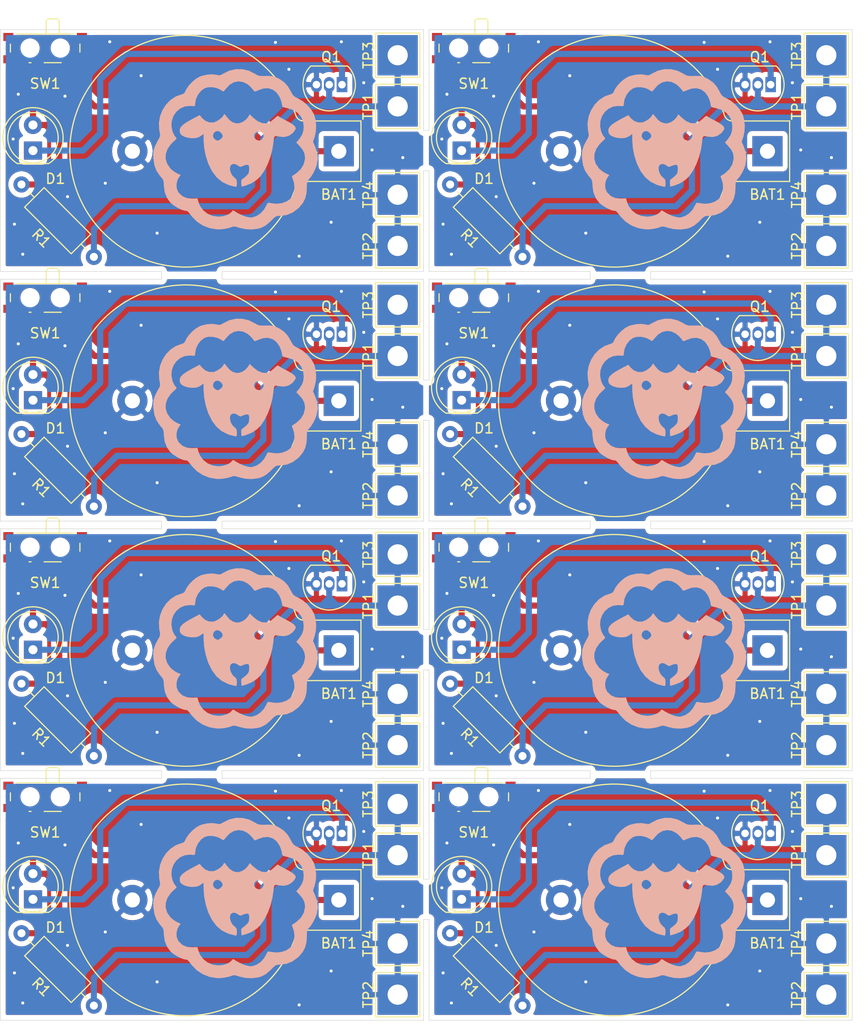
<source format=kicad_pcb>
(kicad_pcb (version 20171130) (host pcbnew "(5.1.4)-1")
  (layers (0 F.Cu signal) (31 B.Cu signal) (34 B.Paste user) (35 F.Paste user) (36 B.SilkS user) (37 F.SilkS user) (38 B.Mask user) (39 F.Mask user) (44 Edge.Cuts user))
  (net 0 "")
  (net 1 "Net-(BAT1-Pad1)")
  (net 2 GND)
  (net 3 +3V0)
  (net 4 "Net-(D1-Pad1)")
  (net 5 "Net-(Q1-Pad2)")
  (net 6 "Net-(SW1-Pad3)")
  (module Package_TO_SOT_THT:TO-92_Inline (layer F.Cu) (at 76.454 -92.837 180)
    (fp_text reference Q1 (at 1.0795 2.7305) (layer F.SilkS))
    (fp_text value BC547)
    (pad 2 thru_hole oval (at 1.27 0 180) (size 1.05 1.5) (drill 0.75) (layers *.Cu *.Mask) (net 5 "Net-(Q1-Pad2)"))
    (pad 3 thru_hole oval (at 2.54 0 180) (size 1.05 1.5) (drill 0.75) (layers *.Cu *.Mask) (net 2 GND))
    (pad 1 thru_hole rect (at 0 0 180) (size 1.05 1.5) (drill 0.75) (layers *.Cu *.Mask) (net 4 "Net-(D1-Pad1)"))
  )
  (module logo_custom:sheep (layer B.Cu) (at 65.8495 -86.4235 180)
    (fp_text reference G*** hide)
    (fp_text value LOGO hide)
  )
  (module TestPoint:TestPoint_THTPad_4.0x4.0mm_Drill2.0mm (layer F.Cu) (at 81.9785 -65.913 90)
    (fp_text reference TP1 (at 0 -2.898 90) (layer F.SilkS))
    (fp_text value Probe2)
    (pad 1 thru_hole rect (at 0 0 90) (size 4 4) (drill 2) (layers *.Cu *.Mask) (net 5 "Net-(Q1-Pad2)"))
  )
  (module LED_THT:LED_D5.0mm (layer F.Cu) (at 3.2385 -86.295 90)
    (fp_text reference D1 (at -2.7925 2.2225 180) (layer F.SilkS))
    (fp_text value LED)
    (pad 2 thru_hole circle (at 2.54 0 90) (size 1.8 1.8) (drill 0.9) (layers *.Cu *.Mask) (net 3 +3V0))
    (pad 1 thru_hole rect (at 0 0 90) (size 1.8 1.8) (drill 0.9) (layers *.Cu *.Mask) (net 4 "Net-(D1-Pad1)"))
  )
  (module Package_TO_SOT_THT:TO-92_Inline (layer F.Cu) (at 33.909 -92.837 180)
    (fp_text reference Q1 (at 1.0795 2.7305) (layer F.SilkS))
    (fp_text value BC547)
    (pad 1 thru_hole rect (at 0 0 180) (size 1.05 1.5) (drill 0.75) (layers *.Cu *.Mask) (net 4 "Net-(D1-Pad1)"))
    (pad 3 thru_hole oval (at 2.54 0 180) (size 1.05 1.5) (drill 0.75) (layers *.Cu *.Mask) (net 2 GND))
    (pad 2 thru_hole oval (at 1.27 0 180) (size 1.05 1.5) (drill 0.75) (layers *.Cu *.Mask) (net 5 "Net-(Q1-Pad2)"))
  )
  (module Resistor_THT:R_Axial_DIN0207_L6.3mm_D2.5mm_P10.16mm_Horizontal (layer F.Cu) (at 2.0955 -82.931 315)
    (fp_text reference R1 (at 5.163647 2.379768 135) (layer F.SilkS))
    (fp_text value 220K)
    (pad 2 thru_hole oval (at 10.16 0 315) (size 1.6 1.6) (drill 0.8) (layers *.Cu *.Mask) (net 5 "Net-(Q1-Pad2)"))
    (pad 1 thru_hole circle (at 0 0 315) (size 1.6 1.6) (drill 0.8) (layers *.Cu *.Mask) (net 3 +3V0))
  )
  (module TestPoint:TestPoint_THTPad_4.0x4.0mm_Drill2.0mm (layer F.Cu) (at 39.4335 -81.915 90)
    (fp_text reference TP4 (at 0 -2.898 90) (layer F.SilkS))
    (fp_text value Probe2)
    (pad 1 thru_hole rect (at 0 0 90) (size 4 4) (drill 2) (layers *.Cu *.Mask) (net 2 GND))
  )
  (module TestPoint:TestPoint_THTPad_4.0x4.0mm_Drill2.0mm (layer F.Cu) (at 39.4335 -95.758 90)
    (fp_text reference TP3 (at 0 -2.898 90) (layer F.SilkS))
    (fp_text value Probe2)
    (pad 1 thru_hole rect (at 0 0 90) (size 4 4) (drill 2) (layers *.Cu *.Mask) (net 5 "Net-(Q1-Pad2)"))
  )
  (module TestPoint:TestPoint_THTPad_4.0x4.0mm_Drill2.0mm (layer F.Cu) (at 81.9785 -52.07 90)
    (fp_text reference TP2 (at 0 -2.898 90) (layer F.SilkS))
    (fp_text value Probe1)
    (pad 1 thru_hole rect (at 0 0 90) (size 4 4) (drill 2) (layers *.Cu *.Mask) (net 2 GND))
  )
  (module TestPoint:TestPoint_THTPad_4.0x4.0mm_Drill2.0mm (layer F.Cu) (at 81.9785 -57.15 90)
    (fp_text reference TP4 (at 0 -2.898 90) (layer F.SilkS))
    (fp_text value Probe2)
    (pad 1 thru_hole rect (at 0 0 90) (size 4 4) (drill 2) (layers *.Cu *.Mask) (net 2 GND))
  )
  (module Button_Switch_SMD:SW_SPDT_PCM12 (layer F.Cu) (at 46.99 -96.139 180)
    (fp_text reference SW1 (at 0 -3.2) (layer F.SilkS))
    (fp_text value SW_SPDT)
    (pad "" np_thru_hole circle (at -1.5 0.33 180) (size 0.9 0.9) (drill 0.9) (layers *.Cu *.Mask))
    (pad "" np_thru_hole circle (at 1.5 0.33 180) (size 0.9 0.9) (drill 0.9) (layers *.Cu *.Mask))
    (pad 1 smd rect (at -2.25 -1.43 180) (size 0.7 1.5) (layers F.Cu F.Paste F.Mask) (net 1 "Net-(BAT1-Pad1)"))
    (pad 2 smd rect (at 0.75 -1.43 180) (size 0.7 1.5) (layers F.Cu F.Paste F.Mask) (net 3 +3V0))
    (pad 3 smd rect (at 2.25 -1.43 180) (size 0.7 1.5) (layers F.Cu F.Paste F.Mask) (net 6 "Net-(SW1-Pad3)"))
    (pad "" smd rect (at -3.65 1.43 180) (size 1 0.8) (layers F.Cu F.Paste F.Mask))
    (pad "" smd rect (at 3.65 1.43 180) (size 1 0.8) (layers F.Cu F.Paste F.Mask))
    (pad "" smd rect (at 3.65 -0.78 180) (size 1 0.8) (layers F.Cu F.Paste F.Mask))
    (pad "" smd rect (at -3.65 -0.78 180) (size 1 0.8) (layers F.Cu F.Paste F.Mask))
  )
  (module TestPoint:TestPoint_THTPad_4.0x4.0mm_Drill2.0mm (layer F.Cu) (at 39.4335 -90.678 90)
    (fp_text reference TP1 (at 0 -2.898 90) (layer F.SilkS))
    (fp_text value Probe2)
    (pad 1 thru_hole rect (at 0 0 90) (size 4 4) (drill 2) (layers *.Cu *.Mask) (net 5 "Net-(Q1-Pad2)"))
  )
  (module TestPoint:TestPoint_THTPad_4.0x4.0mm_Drill2.0mm (layer F.Cu) (at 81.9785 -70.993 90)
    (fp_text reference TP3 (at 0 -2.898 90) (layer F.SilkS))
    (fp_text value Probe2)
    (pad 1 thru_hole rect (at 0 0 90) (size 4 4) (drill 2) (layers *.Cu *.Mask) (net 5 "Net-(Q1-Pad2)"))
  )
  (module logo_custom:sheep (layer B.Cu) (at 23.3045 -86.4235 180)
    (fp_text reference G*** hide)
    (fp_text value LOGO hide)
  )
  (module Battery:BatteryHolder_Keystone_103_1x20mm (layer F.Cu) (at 33.5915 -86.233 180)
    (fp_text reference BAT1 (at 0 -4.3) (layer F.SilkS))
    (fp_text value CR2032)
    (fp_text user + (at 2.75 0) (layer F.SilkS) (effects (font (size 1.5 1.5))))
    (pad 1 thru_hole rect (at 0 0 180) (size 3 3) (drill 1.5) (layers *.Cu *.Mask) (net 1 "Net-(BAT1-Pad1)"))
    (pad 2 thru_hole circle (at 20.49 0 180) (size 3 3) (drill 1.5) (layers *.Cu *.Mask) (net 2 GND))
  )
  (module Button_Switch_SMD:SW_SPDT_PCM12 (layer F.Cu) (at 4.445 -96.139 180)
    (fp_text reference SW1 (at 0 -3.2) (layer F.SilkS))
    (fp_text value SW_SPDT)
    (pad "" smd rect (at -3.65 -0.78 180) (size 1 0.8) (layers F.Cu F.Paste F.Mask))
    (pad "" smd rect (at 3.65 -0.78 180) (size 1 0.8) (layers F.Cu F.Paste F.Mask))
    (pad "" smd rect (at 3.65 1.43 180) (size 1 0.8) (layers F.Cu F.Paste F.Mask))
    (pad "" smd rect (at -3.65 1.43 180) (size 1 0.8) (layers F.Cu F.Paste F.Mask))
    (pad 3 smd rect (at 2.25 -1.43 180) (size 0.7 1.5) (layers F.Cu F.Paste F.Mask) (net 6 "Net-(SW1-Pad3)"))
    (pad 2 smd rect (at 0.75 -1.43 180) (size 0.7 1.5) (layers F.Cu F.Paste F.Mask) (net 3 +3V0))
    (pad 1 smd rect (at -2.25 -1.43 180) (size 0.7 1.5) (layers F.Cu F.Paste F.Mask) (net 1 "Net-(BAT1-Pad1)"))
    (pad "" np_thru_hole circle (at 1.5 0.33 180) (size 0.9 0.9) (drill 0.9) (layers *.Cu *.Mask))
    (pad "" np_thru_hole circle (at -1.5 0.33 180) (size 0.9 0.9) (drill 0.9) (layers *.Cu *.Mask))
  )
  (module Resistor_THT:R_Axial_DIN0207_L6.3mm_D2.5mm_P10.16mm_Horizontal (layer F.Cu) (at 44.6405 -82.931 315)
    (fp_text reference R1 (at 5.163647 2.379768 135) (layer F.SilkS))
    (fp_text value 220K)
    (pad 1 thru_hole circle (at 0 0 315) (size 1.6 1.6) (drill 0.8) (layers *.Cu *.Mask) (net 3 +3V0))
    (pad 2 thru_hole oval (at 10.16 0 315) (size 1.6 1.6) (drill 0.8) (layers *.Cu *.Mask) (net 5 "Net-(Q1-Pad2)"))
  )
  (module TestPoint:TestPoint_THTPad_4.0x4.0mm_Drill2.0mm (layer F.Cu) (at 39.4335 -76.835 90)
    (fp_text reference TP2 (at 0 -2.898 90) (layer F.SilkS))
    (fp_text value Probe1)
    (pad 1 thru_hole rect (at 0 0 90) (size 4 4) (drill 2) (layers *.Cu *.Mask) (net 2 GND))
  )
  (module Battery:BatteryHolder_Keystone_103_1x20mm (layer F.Cu) (at 76.1365 -86.233 180)
    (fp_text reference BAT1 (at 0 -4.3) (layer F.SilkS))
    (fp_text value CR2032)
    (fp_text user + (at 2.75 0) (layer F.SilkS) (effects (font (size 1.5 1.5))))
    (pad 2 thru_hole circle (at 20.49 0 180) (size 3 3) (drill 1.5) (layers *.Cu *.Mask) (net 2 GND))
    (pad 1 thru_hole rect (at 0 0 180) (size 3 3) (drill 1.5) (layers *.Cu *.Mask) (net 1 "Net-(BAT1-Pad1)"))
  )
  (module LED_THT:LED_D5.0mm (layer F.Cu) (at 45.7835 -61.53 90)
    (fp_text reference D1 (at -2.7925 2.2225 180) (layer F.SilkS))
    (fp_text value LED)
    (pad 2 thru_hole circle (at 2.54 0 90) (size 1.8 1.8) (drill 0.9) (layers *.Cu *.Mask) (net 3 +3V0))
    (pad 1 thru_hole rect (at 0 0 90) (size 1.8 1.8) (drill 0.9) (layers *.Cu *.Mask) (net 4 "Net-(D1-Pad1)"))
  )
  (module Battery:BatteryHolder_Keystone_103_1x20mm (layer F.Cu) (at 76.1365 -61.468 180)
    (fp_text reference BAT1 (at 0 -4.3) (layer F.SilkS))
    (fp_text value CR2032)
    (fp_text user + (at 2.75 0) (layer F.SilkS) (effects (font (size 1.5 1.5))))
    (pad 1 thru_hole rect (at 0 0 180) (size 3 3) (drill 1.5) (layers *.Cu *.Mask) (net 1 "Net-(BAT1-Pad1)"))
    (pad 2 thru_hole circle (at 20.49 0 180) (size 3 3) (drill 1.5) (layers *.Cu *.Mask) (net 2 GND))
  )
  (module Package_TO_SOT_THT:TO-92_Inline (layer F.Cu) (at 76.454 -68.072 180)
    (fp_text reference Q1 (at 1.0795 2.7305) (layer F.SilkS))
    (fp_text value BC547)
    (pad 1 thru_hole rect (at 0 0 180) (size 1.05 1.5) (drill 0.75) (layers *.Cu *.Mask) (net 4 "Net-(D1-Pad1)"))
    (pad 3 thru_hole oval (at 2.54 0 180) (size 1.05 1.5) (drill 0.75) (layers *.Cu *.Mask) (net 2 GND))
    (pad 2 thru_hole oval (at 1.27 0 180) (size 1.05 1.5) (drill 0.75) (layers *.Cu *.Mask) (net 5 "Net-(Q1-Pad2)"))
  )
  (module logo_custom:sheep (layer B.Cu) (at 65.8495 -61.6585 180)
    (fp_text reference G*** hide)
    (fp_text value LOGO hide)
  )
  (module Button_Switch_SMD:SW_SPDT_PCM12 (layer F.Cu) (at 46.99 -71.374 180)
    (fp_text reference SW1 (at 0 -3.2) (layer F.SilkS))
    (fp_text value SW_SPDT)
    (pad "" smd rect (at -3.65 -0.78 180) (size 1 0.8) (layers F.Cu F.Paste F.Mask))
    (pad "" smd rect (at 3.65 -0.78 180) (size 1 0.8) (layers F.Cu F.Paste F.Mask))
    (pad "" smd rect (at 3.65 1.43 180) (size 1 0.8) (layers F.Cu F.Paste F.Mask))
    (pad "" smd rect (at -3.65 1.43 180) (size 1 0.8) (layers F.Cu F.Paste F.Mask))
    (pad 3 smd rect (at 2.25 -1.43 180) (size 0.7 1.5) (layers F.Cu F.Paste F.Mask) (net 6 "Net-(SW1-Pad3)"))
    (pad 2 smd rect (at 0.75 -1.43 180) (size 0.7 1.5) (layers F.Cu F.Paste F.Mask) (net 3 +3V0))
    (pad 1 smd rect (at -2.25 -1.43 180) (size 0.7 1.5) (layers F.Cu F.Paste F.Mask) (net 1 "Net-(BAT1-Pad1)"))
    (pad "" np_thru_hole circle (at 1.5 0.33 180) (size 0.9 0.9) (drill 0.9) (layers *.Cu *.Mask))
    (pad "" np_thru_hole circle (at -1.5 0.33 180) (size 0.9 0.9) (drill 0.9) (layers *.Cu *.Mask))
  )
  (module Resistor_THT:R_Axial_DIN0207_L6.3mm_D2.5mm_P10.16mm_Horizontal (layer F.Cu) (at 44.6405 -58.166 315)
    (fp_text reference R1 (at 5.163647 2.379768 135) (layer F.SilkS))
    (fp_text value 220K)
    (pad 2 thru_hole oval (at 10.16 0 315) (size 1.6 1.6) (drill 0.8) (layers *.Cu *.Mask) (net 5 "Net-(Q1-Pad2)"))
    (pad 1 thru_hole circle (at 0 0 315) (size 1.6 1.6) (drill 0.8) (layers *.Cu *.Mask) (net 3 +3V0))
  )
  (module TestPoint:TestPoint_THTPad_4.0x4.0mm_Drill2.0mm (layer F.Cu) (at 81.9785 -90.678 90)
    (fp_text reference TP1 (at 0 -2.898 90) (layer F.SilkS))
    (fp_text value Probe2)
    (pad 1 thru_hole rect (at 0 0 90) (size 4 4) (drill 2) (layers *.Cu *.Mask) (net 5 "Net-(Q1-Pad2)"))
  )
  (module TestPoint:TestPoint_THTPad_4.0x4.0mm_Drill2.0mm (layer F.Cu) (at 81.9785 -95.758 90)
    (fp_text reference TP3 (at 0 -2.898 90) (layer F.SilkS))
    (fp_text value Probe2)
    (pad 1 thru_hole rect (at 0 0 90) (size 4 4) (drill 2) (layers *.Cu *.Mask) (net 5 "Net-(Q1-Pad2)"))
  )
  (module TestPoint:TestPoint_THTPad_4.0x4.0mm_Drill2.0mm (layer F.Cu) (at 81.9785 -81.915 90)
    (fp_text reference TP4 (at 0 -2.898 90) (layer F.SilkS))
    (fp_text value Probe2)
    (pad 1 thru_hole rect (at 0 0 90) (size 4 4) (drill 2) (layers *.Cu *.Mask) (net 2 GND))
  )
  (module LED_THT:LED_D5.0mm (layer F.Cu) (at 45.7835 -86.295 90)
    (fp_text reference D1 (at -2.7925 2.2225 180) (layer F.SilkS))
    (fp_text value LED)
    (pad 1 thru_hole rect (at 0 0 90) (size 1.8 1.8) (drill 0.9) (layers *.Cu *.Mask) (net 4 "Net-(D1-Pad1)"))
    (pad 2 thru_hole circle (at 2.54 0 90) (size 1.8 1.8) (drill 0.9) (layers *.Cu *.Mask) (net 3 +3V0))
  )
  (module TestPoint:TestPoint_THTPad_4.0x4.0mm_Drill2.0mm (layer F.Cu) (at 81.9785 -76.835 90)
    (fp_text reference TP2 (at 0 -2.898 90) (layer F.SilkS))
    (fp_text value Probe1)
    (pad 1 thru_hole rect (at 0 0 90) (size 4 4) (drill 2) (layers *.Cu *.Mask) (net 2 GND))
  )
  (module TestPoint:TestPoint_THTPad_4.0x4.0mm_Drill2.0mm (layer F.Cu) (at 39.4335 -65.913 90)
    (fp_text reference TP1 (at 0 -2.898 90) (layer F.SilkS))
    (fp_text value Probe2)
    (pad 1 thru_hole rect (at 0 0 90) (size 4 4) (drill 2) (layers *.Cu *.Mask) (net 5 "Net-(Q1-Pad2)"))
  )
  (module TestPoint:TestPoint_THTPad_4.0x4.0mm_Drill2.0mm (layer F.Cu) (at 39.4335 -52.07 90)
    (fp_text reference TP2 (at 0 -2.898 90) (layer F.SilkS))
    (fp_text value Probe1)
    (pad 1 thru_hole rect (at 0 0 90) (size 4 4) (drill 2) (layers *.Cu *.Mask) (net 2 GND))
  )
  (module TestPoint:TestPoint_THTPad_4.0x4.0mm_Drill2.0mm (layer F.Cu) (at 39.4335 -70.993 90)
    (fp_text reference TP3 (at 0 -2.898 90) (layer F.SilkS))
    (fp_text value Probe2)
    (pad 1 thru_hole rect (at 0 0 90) (size 4 4) (drill 2) (layers *.Cu *.Mask) (net 5 "Net-(Q1-Pad2)"))
  )
  (module TestPoint:TestPoint_THTPad_4.0x4.0mm_Drill2.0mm (layer F.Cu) (at 39.4335 -57.15 90)
    (fp_text reference TP4 (at 0 -2.898 90) (layer F.SilkS))
    (fp_text value Probe2)
    (pad 1 thru_hole rect (at 0 0 90) (size 4 4) (drill 2) (layers *.Cu *.Mask) (net 2 GND))
  )
  (module logo_custom:sheep (layer B.Cu) (at 23.3045 -61.6585 180)
    (fp_text reference G*** hide)
    (fp_text value LOGO hide)
  )
  (module Battery:BatteryHolder_Keystone_103_1x20mm (layer F.Cu) (at 33.5915 -61.468 180)
    (fp_text reference BAT1 (at 0 -4.3) (layer F.SilkS))
    (fp_text value CR2032)
    (fp_text user + (at 2.75 0) (layer F.SilkS) (effects (font (size 1.5 1.5))))
    (pad 2 thru_hole circle (at 20.49 0 180) (size 3 3) (drill 1.5) (layers *.Cu *.Mask) (net 2 GND))
    (pad 1 thru_hole rect (at 0 0 180) (size 3 3) (drill 1.5) (layers *.Cu *.Mask) (net 1 "Net-(BAT1-Pad1)"))
  )
  (module Button_Switch_SMD:SW_SPDT_PCM12 (layer F.Cu) (at 4.445 -71.374 180)
    (fp_text reference SW1 (at 0 -3.2) (layer F.SilkS))
    (fp_text value SW_SPDT)
    (pad "" np_thru_hole circle (at -1.5 0.33 180) (size 0.9 0.9) (drill 0.9) (layers *.Cu *.Mask))
    (pad "" np_thru_hole circle (at 1.5 0.33 180) (size 0.9 0.9) (drill 0.9) (layers *.Cu *.Mask))
    (pad 1 smd rect (at -2.25 -1.43 180) (size 0.7 1.5) (layers F.Cu F.Paste F.Mask) (net 1 "Net-(BAT1-Pad1)"))
    (pad 2 smd rect (at 0.75 -1.43 180) (size 0.7 1.5) (layers F.Cu F.Paste F.Mask) (net 3 +3V0))
    (pad 3 smd rect (at 2.25 -1.43 180) (size 0.7 1.5) (layers F.Cu F.Paste F.Mask) (net 6 "Net-(SW1-Pad3)"))
    (pad "" smd rect (at -3.65 1.43 180) (size 1 0.8) (layers F.Cu F.Paste F.Mask))
    (pad "" smd rect (at 3.65 1.43 180) (size 1 0.8) (layers F.Cu F.Paste F.Mask))
    (pad "" smd rect (at 3.65 -0.78 180) (size 1 0.8) (layers F.Cu F.Paste F.Mask))
    (pad "" smd rect (at -3.65 -0.78 180) (size 1 0.8) (layers F.Cu F.Paste F.Mask))
  )
  (module LED_THT:LED_D5.0mm (layer F.Cu) (at 3.2385 -61.53 90)
    (fp_text reference D1 (at -2.7925 2.2225 180) (layer F.SilkS))
    (fp_text value LED)
    (pad 1 thru_hole rect (at 0 0 90) (size 1.8 1.8) (drill 0.9) (layers *.Cu *.Mask) (net 4 "Net-(D1-Pad1)"))
    (pad 2 thru_hole circle (at 2.54 0 90) (size 1.8 1.8) (drill 0.9) (layers *.Cu *.Mask) (net 3 +3V0))
  )
  (module Resistor_THT:R_Axial_DIN0207_L6.3mm_D2.5mm_P10.16mm_Horizontal (layer F.Cu) (at 2.0955 -58.166 315)
    (fp_text reference R1 (at 5.163647 2.379768 135) (layer F.SilkS))
    (fp_text value 220K)
    (pad 1 thru_hole circle (at 0 0 315) (size 1.6 1.6) (drill 0.8) (layers *.Cu *.Mask) (net 3 +3V0))
    (pad 2 thru_hole oval (at 10.16 0 315) (size 1.6 1.6) (drill 0.8) (layers *.Cu *.Mask) (net 5 "Net-(Q1-Pad2)"))
  )
  (module Package_TO_SOT_THT:TO-92_Inline (layer F.Cu) (at 33.909 -68.072 180)
    (fp_text reference Q1 (at 1.0795 2.7305) (layer F.SilkS))
    (fp_text value BC547)
    (pad 2 thru_hole oval (at 1.27 0 180) (size 1.05 1.5) (drill 0.75) (layers *.Cu *.Mask) (net 5 "Net-(Q1-Pad2)"))
    (pad 3 thru_hole oval (at 2.54 0 180) (size 1.05 1.5) (drill 0.75) (layers *.Cu *.Mask) (net 2 GND))
    (pad 1 thru_hole rect (at 0 0 180) (size 1.05 1.5) (drill 0.75) (layers *.Cu *.Mask) (net 4 "Net-(D1-Pad1)"))
  )
  (module TestPoint:TestPoint_THTPad_4.0x4.0mm_Drill2.0mm (layer F.Cu) (at 81.9785 -41.148 90)
    (fp_text reference TP1 (at 0 -2.898 90) (layer F.SilkS))
    (fp_text value Probe2)
    (pad 1 thru_hole rect (at 0 0 90) (size 4 4) (drill 2) (layers *.Cu *.Mask) (net 5 "Net-(Q1-Pad2)"))
  )
  (module TestPoint:TestPoint_THTPad_4.0x4.0mm_Drill2.0mm (layer F.Cu) (at 81.9785 -27.305 90)
    (fp_text reference TP2 (at 0 -2.898 90) (layer F.SilkS))
    (fp_text value Probe1)
    (pad 1 thru_hole rect (at 0 0 90) (size 4 4) (drill 2) (layers *.Cu *.Mask) (net 2 GND))
  )
  (module TestPoint:TestPoint_THTPad_4.0x4.0mm_Drill2.0mm (layer F.Cu) (at 81.9785 -32.385 90)
    (fp_text reference TP4 (at 0 -2.898 90) (layer F.SilkS))
    (fp_text value Probe2)
    (pad 1 thru_hole rect (at 0 0 90) (size 4 4) (drill 2) (layers *.Cu *.Mask) (net 2 GND))
  )
  (module TestPoint:TestPoint_THTPad_4.0x4.0mm_Drill2.0mm (layer F.Cu) (at 81.9785 -46.228 90)
    (fp_text reference TP3 (at 0 -2.898 90) (layer F.SilkS))
    (fp_text value Probe2)
    (pad 1 thru_hole rect (at 0 0 90) (size 4 4) (drill 2) (layers *.Cu *.Mask) (net 5 "Net-(Q1-Pad2)"))
  )
  (module LED_THT:LED_D5.0mm (layer F.Cu) (at 45.7835 -36.765 90)
    (fp_text reference D1 (at -2.7925 2.2225 180) (layer F.SilkS))
    (fp_text value LED)
    (pad 2 thru_hole circle (at 2.54 0 90) (size 1.8 1.8) (drill 0.9) (layers *.Cu *.Mask) (net 3 +3V0))
    (pad 1 thru_hole rect (at 0 0 90) (size 1.8 1.8) (drill 0.9) (layers *.Cu *.Mask) (net 4 "Net-(D1-Pad1)"))
  )
  (module Battery:BatteryHolder_Keystone_103_1x20mm (layer F.Cu) (at 76.1365 -36.703 180)
    (fp_text reference BAT1 (at 0 -4.3) (layer F.SilkS))
    (fp_text value CR2032)
    (fp_text user + (at 2.75 0) (layer F.SilkS) (effects (font (size 1.5 1.5))))
    (pad 1 thru_hole rect (at 0 0 180) (size 3 3) (drill 1.5) (layers *.Cu *.Mask) (net 1 "Net-(BAT1-Pad1)"))
    (pad 2 thru_hole circle (at 20.49 0 180) (size 3 3) (drill 1.5) (layers *.Cu *.Mask) (net 2 GND))
  )
  (module Package_TO_SOT_THT:TO-92_Inline (layer F.Cu) (at 76.454 -43.307 180)
    (fp_text reference Q1 (at 1.0795 2.7305) (layer F.SilkS))
    (fp_text value BC547)
    (pad 1 thru_hole rect (at 0 0 180) (size 1.05 1.5) (drill 0.75) (layers *.Cu *.Mask) (net 4 "Net-(D1-Pad1)"))
    (pad 3 thru_hole oval (at 2.54 0 180) (size 1.05 1.5) (drill 0.75) (layers *.Cu *.Mask) (net 2 GND))
    (pad 2 thru_hole oval (at 1.27 0 180) (size 1.05 1.5) (drill 0.75) (layers *.Cu *.Mask) (net 5 "Net-(Q1-Pad2)"))
  )
  (module logo_custom:sheep (layer B.Cu) (at 65.8495 -36.8935 180)
    (fp_text reference G*** hide)
    (fp_text value LOGO hide)
  )
  (module Button_Switch_SMD:SW_SPDT_PCM12 (layer F.Cu) (at 46.99 -46.609 180)
    (fp_text reference SW1 (at 0 -3.2) (layer F.SilkS))
    (fp_text value SW_SPDT)
    (pad "" smd rect (at -3.65 -0.78 180) (size 1 0.8) (layers F.Cu F.Paste F.Mask))
    (pad "" smd rect (at 3.65 -0.78 180) (size 1 0.8) (layers F.Cu F.Paste F.Mask))
    (pad "" smd rect (at 3.65 1.43 180) (size 1 0.8) (layers F.Cu F.Paste F.Mask))
    (pad "" smd rect (at -3.65 1.43 180) (size 1 0.8) (layers F.Cu F.Paste F.Mask))
    (pad 3 smd rect (at 2.25 -1.43 180) (size 0.7 1.5) (layers F.Cu F.Paste F.Mask) (net 6 "Net-(SW1-Pad3)"))
    (pad 2 smd rect (at 0.75 -1.43 180) (size 0.7 1.5) (layers F.Cu F.Paste F.Mask) (net 3 +3V0))
    (pad 1 smd rect (at -2.25 -1.43 180) (size 0.7 1.5) (layers F.Cu F.Paste F.Mask) (net 1 "Net-(BAT1-Pad1)"))
    (pad "" np_thru_hole circle (at 1.5 0.33 180) (size 0.9 0.9) (drill 0.9) (layers *.Cu *.Mask))
    (pad "" np_thru_hole circle (at -1.5 0.33 180) (size 0.9 0.9) (drill 0.9) (layers *.Cu *.Mask))
  )
  (module Resistor_THT:R_Axial_DIN0207_L6.3mm_D2.5mm_P10.16mm_Horizontal (layer F.Cu) (at 44.6405 -33.401 315)
    (fp_text reference R1 (at 5.163647 2.379768 135) (layer F.SilkS))
    (fp_text value 220K)
    (pad 2 thru_hole oval (at 10.16 0 315) (size 1.6 1.6) (drill 0.8) (layers *.Cu *.Mask) (net 5 "Net-(Q1-Pad2)"))
    (pad 1 thru_hole circle (at 0 0 315) (size 1.6 1.6) (drill 0.8) (layers *.Cu *.Mask) (net 3 +3V0))
  )
  (module TestPoint:TestPoint_THTPad_4.0x4.0mm_Drill2.0mm (layer F.Cu) (at 39.4335 -41.148 90)
    (fp_text reference TP1 (at 0 -2.898 90) (layer F.SilkS))
    (fp_text value Probe2)
    (pad 1 thru_hole rect (at 0 0 90) (size 4 4) (drill 2) (layers *.Cu *.Mask) (net 5 "Net-(Q1-Pad2)"))
  )
  (module TestPoint:TestPoint_THTPad_4.0x4.0mm_Drill2.0mm (layer F.Cu) (at 39.4335 -27.305 90)
    (fp_text reference TP2 (at 0 -2.898 90) (layer F.SilkS))
    (fp_text value Probe1)
    (pad 1 thru_hole rect (at 0 0 90) (size 4 4) (drill 2) (layers *.Cu *.Mask) (net 2 GND))
  )
  (module TestPoint:TestPoint_THTPad_4.0x4.0mm_Drill2.0mm (layer F.Cu) (at 39.4335 -46.228 90)
    (fp_text reference TP3 (at 0 -2.898 90) (layer F.SilkS))
    (fp_text value Probe2)
    (pad 1 thru_hole rect (at 0 0 90) (size 4 4) (drill 2) (layers *.Cu *.Mask) (net 5 "Net-(Q1-Pad2)"))
  )
  (module TestPoint:TestPoint_THTPad_4.0x4.0mm_Drill2.0mm (layer F.Cu) (at 39.4335 -32.385 90)
    (fp_text reference TP4 (at 0 -2.898 90) (layer F.SilkS))
    (fp_text value Probe2)
    (pad 1 thru_hole rect (at 0 0 90) (size 4 4) (drill 2) (layers *.Cu *.Mask) (net 2 GND))
  )
  (module logo_custom:sheep (layer B.Cu) (at 23.3045 -36.8935 180)
    (fp_text reference G*** hide)
    (fp_text value LOGO hide)
  )
  (module Battery:BatteryHolder_Keystone_103_1x20mm (layer F.Cu) (at 33.5915 -36.703 180)
    (fp_text reference BAT1 (at 0 -4.3) (layer F.SilkS))
    (fp_text value CR2032)
    (fp_text user + (at 2.75 0) (layer F.SilkS) (effects (font (size 1.5 1.5))))
    (pad 2 thru_hole circle (at 20.49 0 180) (size 3 3) (drill 1.5) (layers *.Cu *.Mask) (net 2 GND))
    (pad 1 thru_hole rect (at 0 0 180) (size 3 3) (drill 1.5) (layers *.Cu *.Mask) (net 1 "Net-(BAT1-Pad1)"))
  )
  (module Button_Switch_SMD:SW_SPDT_PCM12 (layer F.Cu) (at 4.445 -46.609 180)
    (fp_text reference SW1 (at 0 -3.2) (layer F.SilkS))
    (fp_text value SW_SPDT)
    (pad "" np_thru_hole circle (at -1.5 0.33 180) (size 0.9 0.9) (drill 0.9) (layers *.Cu *.Mask))
    (pad "" np_thru_hole circle (at 1.5 0.33 180) (size 0.9 0.9) (drill 0.9) (layers *.Cu *.Mask))
    (pad 1 smd rect (at -2.25 -1.43 180) (size 0.7 1.5) (layers F.Cu F.Paste F.Mask) (net 1 "Net-(BAT1-Pad1)"))
    (pad 2 smd rect (at 0.75 -1.43 180) (size 0.7 1.5) (layers F.Cu F.Paste F.Mask) (net 3 +3V0))
    (pad 3 smd rect (at 2.25 -1.43 180) (size 0.7 1.5) (layers F.Cu F.Paste F.Mask) (net 6 "Net-(SW1-Pad3)"))
    (pad "" smd rect (at -3.65 1.43 180) (size 1 0.8) (layers F.Cu F.Paste F.Mask))
    (pad "" smd rect (at 3.65 1.43 180) (size 1 0.8) (layers F.Cu F.Paste F.Mask))
    (pad "" smd rect (at 3.65 -0.78 180) (size 1 0.8) (layers F.Cu F.Paste F.Mask))
    (pad "" smd rect (at -3.65 -0.78 180) (size 1 0.8) (layers F.Cu F.Paste F.Mask))
  )
  (module LED_THT:LED_D5.0mm (layer F.Cu) (at 3.2385 -36.765 90)
    (fp_text reference D1 (at -2.7925 2.2225 180) (layer F.SilkS))
    (fp_text value LED)
    (pad 1 thru_hole rect (at 0 0 90) (size 1.8 1.8) (drill 0.9) (layers *.Cu *.Mask) (net 4 "Net-(D1-Pad1)"))
    (pad 2 thru_hole circle (at 2.54 0 90) (size 1.8 1.8) (drill 0.9) (layers *.Cu *.Mask) (net 3 +3V0))
  )
  (module Resistor_THT:R_Axial_DIN0207_L6.3mm_D2.5mm_P10.16mm_Horizontal (layer F.Cu) (at 2.0955 -33.401 315)
    (fp_text reference R1 (at 5.163647 2.379768 135) (layer F.SilkS))
    (fp_text value 220K)
    (pad 1 thru_hole circle (at 0 0 315) (size 1.6 1.6) (drill 0.8) (layers *.Cu *.Mask) (net 3 +3V0))
    (pad 2 thru_hole oval (at 10.16 0 315) (size 1.6 1.6) (drill 0.8) (layers *.Cu *.Mask) (net 5 "Net-(Q1-Pad2)"))
  )
  (module Package_TO_SOT_THT:TO-92_Inline (layer F.Cu) (at 33.909 -43.307 180)
    (fp_text reference Q1 (at 1.0795 2.7305) (layer F.SilkS))
    (fp_text value BC547)
    (pad 2 thru_hole oval (at 1.27 0 180) (size 1.05 1.5) (drill 0.75) (layers *.Cu *.Mask) (net 5 "Net-(Q1-Pad2)"))
    (pad 3 thru_hole oval (at 2.54 0 180) (size 1.05 1.5) (drill 0.75) (layers *.Cu *.Mask) (net 2 GND))
    (pad 1 thru_hole rect (at 0 0 180) (size 1.05 1.5) (drill 0.75) (layers *.Cu *.Mask) (net 4 "Net-(D1-Pad1)"))
  )
  (module TestPoint:TestPoint_THTPad_4.0x4.0mm_Drill2.0mm (layer F.Cu) (at 81.9785 -16.383 90)
    (fp_text reference TP1 (at 0 -2.898 90) (layer F.SilkS))
    (fp_text value Probe2)
    (pad 1 thru_hole rect (at 0 0 90) (size 4 4) (drill 2) (layers *.Cu *.Mask) (net 5 "Net-(Q1-Pad2)"))
  )
  (module TestPoint:TestPoint_THTPad_4.0x4.0mm_Drill2.0mm (layer F.Cu) (at 81.9785 -2.54 90)
    (fp_text reference TP2 (at 0 -2.898 90) (layer F.SilkS))
    (fp_text value Probe1)
    (pad 1 thru_hole rect (at 0 0 90) (size 4 4) (drill 2) (layers *.Cu *.Mask) (net 2 GND))
  )
  (module TestPoint:TestPoint_THTPad_4.0x4.0mm_Drill2.0mm (layer F.Cu) (at 81.9785 -21.463 90)
    (fp_text reference TP3 (at 0 -2.898 90) (layer F.SilkS))
    (fp_text value Probe2)
    (pad 1 thru_hole rect (at 0 0 90) (size 4 4) (drill 2) (layers *.Cu *.Mask) (net 5 "Net-(Q1-Pad2)"))
  )
  (module TestPoint:TestPoint_THTPad_4.0x4.0mm_Drill2.0mm (layer F.Cu) (at 81.9785 -7.62 90)
    (fp_text reference TP4 (at 0 -2.898 90) (layer F.SilkS))
    (fp_text value Probe2)
    (pad 1 thru_hole rect (at 0 0 90) (size 4 4) (drill 2) (layers *.Cu *.Mask) (net 2 GND))
  )
  (module logo_custom:sheep (layer B.Cu) (at 65.8495 -12.1285 180)
    (fp_text reference G*** hide)
    (fp_text value LOGO hide)
  )
  (module Battery:BatteryHolder_Keystone_103_1x20mm (layer F.Cu) (at 76.1365 -11.938 180)
    (fp_text reference BAT1 (at 0 -4.3) (layer F.SilkS))
    (fp_text value CR2032)
    (fp_text user + (at 2.75 0) (layer F.SilkS) (effects (font (size 1.5 1.5))))
    (pad 2 thru_hole circle (at 20.49 0 180) (size 3 3) (drill 1.5) (layers *.Cu *.Mask) (net 2 GND))
    (pad 1 thru_hole rect (at 0 0 180) (size 3 3) (drill 1.5) (layers *.Cu *.Mask) (net 1 "Net-(BAT1-Pad1)"))
  )
  (module Button_Switch_SMD:SW_SPDT_PCM12 (layer F.Cu) (at 46.99 -21.844 180)
    (fp_text reference SW1 (at 0 -3.2) (layer F.SilkS))
    (fp_text value SW_SPDT)
    (pad "" np_thru_hole circle (at -1.5 0.33 180) (size 0.9 0.9) (drill 0.9) (layers *.Cu *.Mask))
    (pad "" np_thru_hole circle (at 1.5 0.33 180) (size 0.9 0.9) (drill 0.9) (layers *.Cu *.Mask))
    (pad 1 smd rect (at -2.25 -1.43 180) (size 0.7 1.5) (layers F.Cu F.Paste F.Mask) (net 1 "Net-(BAT1-Pad1)"))
    (pad 2 smd rect (at 0.75 -1.43 180) (size 0.7 1.5) (layers F.Cu F.Paste F.Mask) (net 3 +3V0))
    (pad 3 smd rect (at 2.25 -1.43 180) (size 0.7 1.5) (layers F.Cu F.Paste F.Mask) (net 6 "Net-(SW1-Pad3)"))
    (pad "" smd rect (at -3.65 1.43 180) (size 1 0.8) (layers F.Cu F.Paste F.Mask))
    (pad "" smd rect (at 3.65 1.43 180) (size 1 0.8) (layers F.Cu F.Paste F.Mask))
    (pad "" smd rect (at 3.65 -0.78 180) (size 1 0.8) (layers F.Cu F.Paste F.Mask))
    (pad "" smd rect (at -3.65 -0.78 180) (size 1 0.8) (layers F.Cu F.Paste F.Mask))
  )
  (module LED_THT:LED_D5.0mm (layer F.Cu) (at 45.7835 -12 90)
    (fp_text reference D1 (at -2.7925 2.2225 180) (layer F.SilkS))
    (fp_text value LED)
    (pad 1 thru_hole rect (at 0 0 90) (size 1.8 1.8) (drill 0.9) (layers *.Cu *.Mask) (net 4 "Net-(D1-Pad1)"))
    (pad 2 thru_hole circle (at 2.54 0 90) (size 1.8 1.8) (drill 0.9) (layers *.Cu *.Mask) (net 3 +3V0))
  )
  (module Resistor_THT:R_Axial_DIN0207_L6.3mm_D2.5mm_P10.16mm_Horizontal (layer F.Cu) (at 44.6405 -8.636 315)
    (fp_text reference R1 (at 5.163647 2.379768 135) (layer F.SilkS))
    (fp_text value 220K)
    (pad 1 thru_hole circle (at 0 0 315) (size 1.6 1.6) (drill 0.8) (layers *.Cu *.Mask) (net 3 +3V0))
    (pad 2 thru_hole oval (at 10.16 0 315) (size 1.6 1.6) (drill 0.8) (layers *.Cu *.Mask) (net 5 "Net-(Q1-Pad2)"))
  )
  (module Package_TO_SOT_THT:TO-92_Inline (layer F.Cu) (at 76.454 -18.542 180)
    (fp_text reference Q1 (at 1.0795 2.7305) (layer F.SilkS))
    (fp_text value BC547)
    (pad 2 thru_hole oval (at 1.27 0 180) (size 1.05 1.5) (drill 0.75) (layers *.Cu *.Mask) (net 5 "Net-(Q1-Pad2)"))
    (pad 3 thru_hole oval (at 2.54 0 180) (size 1.05 1.5) (drill 0.75) (layers *.Cu *.Mask) (net 2 GND))
    (pad 1 thru_hole rect (at 0 0 180) (size 1.05 1.5) (drill 0.75) (layers *.Cu *.Mask) (net 4 "Net-(D1-Pad1)"))
  )
  (module logo_custom:sheep (layer B.Cu) (at 23.3045 -12.1285 180)
    (fp_text reference G*** hide)
    (fp_text value LOGO hide)
  )
  (module TestPoint:TestPoint_THTPad_4.0x4.0mm_Drill2.0mm (layer F.Cu) (at 39.4335 -7.62 90)
    (fp_text reference TP4 (at 0 -2.898 90) (layer F.SilkS))
    (fp_text value Probe2)
    (pad 1 thru_hole rect (at 0 0 90) (size 4 4) (drill 2) (layers *.Cu *.Mask) (net 2 GND))
  )
  (module TestPoint:TestPoint_THTPad_4.0x4.0mm_Drill2.0mm (layer F.Cu) (at 39.4335 -21.463 90)
    (fp_text reference TP3 (at 0 -2.898 90) (layer F.SilkS))
    (fp_text value Probe2)
    (pad 1 thru_hole rect (at 0 0 90) (size 4 4) (drill 2) (layers *.Cu *.Mask) (net 5 "Net-(Q1-Pad2)"))
  )
  (module TestPoint:TestPoint_THTPad_4.0x4.0mm_Drill2.0mm (layer F.Cu) (at 39.4335 -2.54 90)
    (fp_text reference TP2 (at 0 -2.898 90) (layer F.SilkS))
    (fp_text value Probe1)
    (pad 1 thru_hole rect (at 0 0 90) (size 4 4) (drill 2) (layers *.Cu *.Mask) (net 2 GND))
  )
  (module TestPoint:TestPoint_THTPad_4.0x4.0mm_Drill2.0mm (layer F.Cu) (at 39.4335 -16.383 90)
    (fp_text reference TP1 (at 0 -2.898 90) (layer F.SilkS))
    (fp_text value Probe2)
    (pad 1 thru_hole rect (at 0 0 90) (size 4 4) (drill 2) (layers *.Cu *.Mask) (net 5 "Net-(Q1-Pad2)"))
  )
  (module Button_Switch_SMD:SW_SPDT_PCM12 (layer F.Cu) (at 4.445 -21.844 180)
    (fp_text reference SW1 (at 0 -3.2) (layer F.SilkS))
    (fp_text value SW_SPDT)
    (pad "" smd rect (at -3.65 -0.78 180) (size 1 0.8) (layers F.Cu F.Paste F.Mask))
    (pad "" smd rect (at 3.65 -0.78 180) (size 1 0.8) (layers F.Cu F.Paste F.Mask))
    (pad "" smd rect (at 3.65 1.43 180) (size 1 0.8) (layers F.Cu F.Paste F.Mask))
    (pad "" smd rect (at -3.65 1.43 180) (size 1 0.8) (layers F.Cu F.Paste F.Mask))
    (pad 3 smd rect (at 2.25 -1.43 180) (size 0.7 1.5) (layers F.Cu F.Paste F.Mask) (net 6 "Net-(SW1-Pad3)"))
    (pad 2 smd rect (at 0.75 -1.43 180) (size 0.7 1.5) (layers F.Cu F.Paste F.Mask) (net 3 +3V0))
    (pad 1 smd rect (at -2.25 -1.43 180) (size 0.7 1.5) (layers F.Cu F.Paste F.Mask) (net 1 "Net-(BAT1-Pad1)"))
    (pad "" np_thru_hole circle (at 1.5 0.33 180) (size 0.9 0.9) (drill 0.9) (layers *.Cu *.Mask))
    (pad "" np_thru_hole circle (at -1.5 0.33 180) (size 0.9 0.9) (drill 0.9) (layers *.Cu *.Mask))
  )
  (module Resistor_THT:R_Axial_DIN0207_L6.3mm_D2.5mm_P10.16mm_Horizontal (layer F.Cu) (at 2.0955 -8.636 315)
    (fp_text reference R1 (at 5.163647 2.379768 135) (layer F.SilkS))
    (fp_text value 220K)
    (pad 2 thru_hole oval (at 10.16 0 315) (size 1.6 1.6) (drill 0.8) (layers *.Cu *.Mask) (net 5 "Net-(Q1-Pad2)"))
    (pad 1 thru_hole circle (at 0 0 315) (size 1.6 1.6) (drill 0.8) (layers *.Cu *.Mask) (net 3 +3V0))
  )
  (module Package_TO_SOT_THT:TO-92_Inline (layer F.Cu) (at 33.909 -18.542 180)
    (fp_text reference Q1 (at 1.0795 2.7305) (layer F.SilkS))
    (fp_text value BC547)
    (pad 1 thru_hole rect (at 0 0 180) (size 1.05 1.5) (drill 0.75) (layers *.Cu *.Mask) (net 4 "Net-(D1-Pad1)"))
    (pad 3 thru_hole oval (at 2.54 0 180) (size 1.05 1.5) (drill 0.75) (layers *.Cu *.Mask) (net 2 GND))
    (pad 2 thru_hole oval (at 1.27 0 180) (size 1.05 1.5) (drill 0.75) (layers *.Cu *.Mask) (net 5 "Net-(Q1-Pad2)"))
  )
  (module LED_THT:LED_D5.0mm (layer F.Cu) (at 3.2385 -12 90)
    (fp_text reference D1 (at -2.7925 2.2225 180) (layer F.SilkS))
    (fp_text value LED)
    (pad 2 thru_hole circle (at 2.54 0 90) (size 1.8 1.8) (drill 0.9) (layers *.Cu *.Mask) (net 3 +3V0))
    (pad 1 thru_hole rect (at 0 0 90) (size 1.8 1.8) (drill 0.9) (layers *.Cu *.Mask) (net 4 "Net-(D1-Pad1)"))
  )
  (module Battery:BatteryHolder_Keystone_103_1x20mm (layer F.Cu) (at 33.5915 -11.938 180)
    (fp_text reference BAT1 (at 0 -4.3) (layer F.SilkS))
    (fp_text value CR2032)
    (fp_text user + (at 2.75 0) (layer F.SilkS) (effects (font (size 1.5 1.5))))
    (pad 1 thru_hole rect (at 0 0 180) (size 3 3) (drill 1.5) (layers *.Cu *.Mask) (net 1 "Net-(BAT1-Pad1)"))
    (pad 2 thru_hole circle (at 20.49 0 180) (size 3 3) (drill 1.5) (layers *.Cu *.Mask) (net 2 GND))
  )
  (gr_line (start 64.545 -49.53) (end 64.545 -48.765) (layer Edge.Cuts) (width 0.05))
  (gr_line (start 64.545 -48.765) (end 84.545 -48.765) (layer Edge.Cuts) (width 0.05))
  (gr_line (start 64.545 -49.53) (end 84.545 -49.53) (layer Edge.Cuts) (width 0.05))
  (gr_line (start 58.545 -49.53) (end 58.545 -48.765) (layer Edge.Cuts) (width 0.05))
  (gr_line (start 22 -49.53) (end 22 -48.765) (layer Edge.Cuts) (width 0.05))
  (gr_line (start 16 -49.53) (end 16 -48.765) (layer Edge.Cuts) (width 0.05))
  (gr_line (start 22 -48.765) (end 42 -48.765) (layer Edge.Cuts) (width 0.05))
  (gr_line (start 22 -49.53) (end 42 -49.53) (layer Edge.Cuts) (width 0.05))
  (gr_line (start 42 -88.295) (end 42 -98.295) (layer Edge.Cuts) (width 0.05))
  (gr_line (start 42 -88.295) (end 42.545 -88.295) (layer Edge.Cuts) (width 0.05))
  (gr_line (start 42.545 -88.295) (end 42.545 -98.295) (layer Edge.Cuts) (width 0.05))
  (gr_line (start 42 -84.295) (end 42.545 -84.295) (layer Edge.Cuts) (width 0.05))
  (gr_line (start 64.545 -74.295) (end 84.545 -74.295) (layer Edge.Cuts) (width 0.05))
  (gr_line (start 64.545 -73.53) (end 84.545 -73.53) (layer Edge.Cuts) (width 0.05))
  (gr_line (start 58.545 -74.295) (end 58.545 -73.53) (layer Edge.Cuts) (width 0.05))
  (gr_line (start 64.545 -74.295) (end 64.545 -73.53) (layer Edge.Cuts) (width 0.05))
  (gr_line (start 42.545 -63.53) (end 42.545 -73.53) (layer Edge.Cuts) (width 0.05))
  (gr_line (start 0 -74.295) (end 0 -98.295) (layer Edge.Cuts) (width 0.05))
  (gr_line (start 42.545 -74.295) (end 42.545 -84.295) (layer Edge.Cuts) (width 0.05))
  (gr_line (start 0 -98.295) (end 42 -98.295) (layer Edge.Cuts) (width 0.05))
  (gr_line (start 84.545 -49.53) (end 84.545 -73.53) (layer Edge.Cuts) (width 0.05))
  (gr_line (start 42 -74.295) (end 42 -84.295) (layer Edge.Cuts) (width 0.05))
  (gr_line (start 84.545 -74.295) (end 84.545 -98.295) (layer Edge.Cuts) (width 0.05))
  (gr_line (start 42.545 -98.295) (end 84.545 -98.295) (layer Edge.Cuts) (width 0.05))
  (gr_line (start 0 -74.295) (end 16 -74.295) (layer Edge.Cuts) (width 0.05))
  (gr_line (start 42.545 -73.53) (end 58.545 -73.53) (layer Edge.Cuts) (width 0.05))
  (gr_line (start 42.545 -49.53) (end 58.545 -49.53) (layer Edge.Cuts) (width 0.05))
  (gr_line (start 42.545 -74.295) (end 58.545 -74.295) (layer Edge.Cuts) (width 0.05))
  (gr_line (start 22 -73.53) (end 42 -73.53) (layer Edge.Cuts) (width 0.05))
  (gr_line (start 42 -59.53) (end 42.545 -59.53) (layer Edge.Cuts) (width 0.05))
  (gr_line (start 22 -74.295) (end 22 -73.53) (layer Edge.Cuts) (width 0.05))
  (gr_line (start 42.545 -49.53) (end 42.545 -59.53) (layer Edge.Cuts) (width 0.05))
  (gr_line (start 42 -63.53) (end 42 -73.53) (layer Edge.Cuts) (width 0.05))
  (gr_line (start 16 -74.295) (end 16 -73.53) (layer Edge.Cuts) (width 0.05))
  (gr_line (start 42 -63.53) (end 42.545 -63.53) (layer Edge.Cuts) (width 0.05))
  (gr_line (start 22 -74.295) (end 42 -74.295) (layer Edge.Cuts) (width 0.05))
  (gr_line (start 0 -73.53) (end 16 -73.53) (layer Edge.Cuts) (width 0.05))
  (gr_line (start 42 -49.53) (end 42 -59.53) (layer Edge.Cuts) (width 0.05))
  (gr_line (start 0 -49.53) (end 16 -49.53) (layer Edge.Cuts) (width 0.05))
  (gr_line (start 0 -49.53) (end 0 -73.53) (layer Edge.Cuts) (width 0.05))
  (gr_line (start 42 -34.765) (end 42.545 -34.765) (layer Edge.Cuts) (width 0.05))
  (gr_line (start 42 -38.765) (end 42.545 -38.765) (layer Edge.Cuts) (width 0.05))
  (gr_line (start 42.545 -38.765) (end 42.545 -48.765) (layer Edge.Cuts) (width 0.05))
  (gr_line (start 42 -38.765) (end 42 -48.765) (layer Edge.Cuts) (width 0.05))
  (gr_line (start 64.545 -24.765) (end 64.545 -24) (layer Edge.Cuts) (width 0.05))
  (gr_line (start 58.545 -24.765) (end 58.545 -24) (layer Edge.Cuts) (width 0.05))
  (gr_line (start 64.545 -24.765) (end 84.545 -24.765) (layer Edge.Cuts) (width 0.05))
  (gr_line (start 64.545 -24) (end 84.545 -24) (layer Edge.Cuts) (width 0.05))
  (gr_line (start 22 -24.765) (end 22 -24) (layer Edge.Cuts) (width 0.05))
  (gr_line (start 16 -24.765) (end 16 -24) (layer Edge.Cuts) (width 0.05))
  (gr_line (start 22 -24.765) (end 42 -24.765) (layer Edge.Cuts) (width 0.05))
  (gr_line (start 22 -24) (end 42 -24) (layer Edge.Cuts) (width 0.05))
  (gr_line (start 42 -14) (end 42.545 -14) (layer Edge.Cuts) (width 0.05))
  (gr_line (start 42 -10) (end 42.545 -10) (layer Edge.Cuts) (width 0.05))
  (gr_line (start 42.545 0) (end 42.545 -10) (layer Edge.Cuts) (width 0.05))
  (gr_line (start 42 -14) (end 42 -24) (layer Edge.Cuts) (width 0.05))
  (gr_line (start 42.545 -24.765) (end 42.545 -34.765) (layer Edge.Cuts) (width 0.05))
  (gr_line (start 84.545 -24.765) (end 84.545 -48.765) (layer Edge.Cuts) (width 0.05))
  (gr_line (start 42.545 -48.765) (end 58.545 -48.765) (layer Edge.Cuts) (width 0.05))
  (gr_line (start 42.545 -24.765) (end 58.545 -24.765) (layer Edge.Cuts) (width 0.05))
  (gr_line (start 0 -48.765) (end 16 -48.765) (layer Edge.Cuts) (width 0.05))
  (gr_line (start 42 -24.765) (end 42 -34.765) (layer Edge.Cuts) (width 0.05))
  (gr_line (start 0 -24.765) (end 16 -24.765) (layer Edge.Cuts) (width 0.05))
  (gr_line (start 0 -24.765) (end 0 -48.765) (layer Edge.Cuts) (width 0.05))
  (gr_line (start 42.545 -24) (end 58.545 -24) (layer Edge.Cuts) (width 0.05))
  (gr_line (start 84.545 0) (end 84.545 -24) (layer Edge.Cuts) (width 0.05))
  (gr_line (start 42.545 0) (end 84.545 0) (layer Edge.Cuts) (width 0.05))
  (gr_line (start 42.545 -14) (end 42.545 -24) (layer Edge.Cuts) (width 0.05))
  (gr_line (start 42 0) (end 42 -10) (layer Edge.Cuts) (width 0.05))
  (gr_line (start 0 -24) (end 16 -24) (layer Edge.Cuts) (width 0.05))
  (gr_line (start 0 0) (end 0 -24) (layer Edge.Cuts) (width 0.05))
  (gr_line (start 0 0) (end 42 0) (layer Edge.Cuts) (width 0.05))
  (segment (start 6.695 -19.0544) (end 9.3664 -16.383) (width 0.6096) (layer F.Cu) (net 1))
  (segment (start 6.695 -20.414) (end 6.695 -19.0544) (width 0.6096) (layer F.Cu) (net 1))
  (segment (start 9.3664 -16.383) (end 24.0665 -16.383) (width 0.6096) (layer F.Cu) (net 1))
  (segment (start 28.5115 -11.938) (end 33.5915 -11.938) (width 0.6096) (layer F.Cu) (net 1))
  (segment (start 24.0665 -16.383) (end 28.5115 -11.938) (width 0.6096) (layer F.Cu) (net 1))
  (segment (start 49.24 -19.0544) (end 51.9114 -16.383) (width 0.6096) (layer F.Cu) (net 1))
  (segment (start 66.6115 -16.383) (end 71.0565 -11.938) (width 0.6096) (layer F.Cu) (net 1))
  (segment (start 51.9114 -16.383) (end 66.6115 -16.383) (width 0.6096) (layer F.Cu) (net 1))
  (segment (start 49.24 -20.414) (end 49.24 -19.0544) (width 0.6096) (layer F.Cu) (net 1))
  (segment (start 71.0565 -11.938) (end 76.1365 -11.938) (width 0.6096) (layer F.Cu) (net 1))
  (segment (start 6.695 -43.8194) (end 9.3664 -41.148) (width 0.6096) (layer F.Cu) (net 1))
  (segment (start 24.0665 -41.148) (end 28.5115 -36.703) (width 0.6096) (layer F.Cu) (net 1))
  (segment (start 9.3664 -41.148) (end 24.0665 -41.148) (width 0.6096) (layer F.Cu) (net 1))
  (segment (start 6.695 -45.179) (end 6.695 -43.8194) (width 0.6096) (layer F.Cu) (net 1))
  (segment (start 28.5115 -36.703) (end 33.5915 -36.703) (width 0.6096) (layer F.Cu) (net 1))
  (segment (start 71.0565 -36.703) (end 76.1365 -36.703) (width 0.6096) (layer F.Cu) (net 1))
  (segment (start 49.24 -45.179) (end 49.24 -43.8194) (width 0.6096) (layer F.Cu) (net 1))
  (segment (start 51.9114 -41.148) (end 66.6115 -41.148) (width 0.6096) (layer F.Cu) (net 1))
  (segment (start 49.24 -43.8194) (end 51.9114 -41.148) (width 0.6096) (layer F.Cu) (net 1))
  (segment (start 66.6115 -41.148) (end 71.0565 -36.703) (width 0.6096) (layer F.Cu) (net 1))
  (segment (start 6.695 -68.5844) (end 9.3664 -65.913) (width 0.6096) (layer F.Cu) (net 1))
  (segment (start 24.0665 -65.913) (end 28.5115 -61.468) (width 0.6096) (layer F.Cu) (net 1))
  (segment (start 9.3664 -65.913) (end 24.0665 -65.913) (width 0.6096) (layer F.Cu) (net 1))
  (segment (start 6.695 -69.944) (end 6.695 -68.5844) (width 0.6096) (layer F.Cu) (net 1))
  (segment (start 28.5115 -61.468) (end 33.5915 -61.468) (width 0.6096) (layer F.Cu) (net 1))
  (segment (start 71.0565 -61.468) (end 76.1365 -61.468) (width 0.6096) (layer F.Cu) (net 1))
  (segment (start 49.24 -69.944) (end 49.24 -68.5844) (width 0.6096) (layer F.Cu) (net 1))
  (segment (start 51.9114 -65.913) (end 66.6115 -65.913) (width 0.6096) (layer F.Cu) (net 1))
  (segment (start 49.24 -68.5844) (end 51.9114 -65.913) (width 0.6096) (layer F.Cu) (net 1))
  (segment (start 66.6115 -65.913) (end 71.0565 -61.468) (width 0.6096) (layer F.Cu) (net 1))
  (segment (start 66.6115 -90.678) (end 71.0565 -86.233) (width 0.6096) (layer F.Cu) (net 1))
  (segment (start 49.24 -94.709) (end 49.24 -93.3494) (width 0.6096) (layer F.Cu) (net 1))
  (segment (start 71.0565 -86.233) (end 76.1365 -86.233) (width 0.6096) (layer F.Cu) (net 1))
  (segment (start 51.9114 -90.678) (end 66.6115 -90.678) (width 0.6096) (layer F.Cu) (net 1))
  (segment (start 24.0665 -90.678) (end 28.5115 -86.233) (width 0.6096) (layer F.Cu) (net 1))
  (segment (start 6.695 -93.3494) (end 9.3664 -90.678) (width 0.6096) (layer F.Cu) (net 1))
  (segment (start 49.24 -93.3494) (end 51.9114 -90.678) (width 0.6096) (layer F.Cu) (net 1))
  (segment (start 28.5115 -86.233) (end 33.5915 -86.233) (width 0.6096) (layer F.Cu) (net 1))
  (segment (start 9.3664 -90.678) (end 24.0665 -90.678) (width 0.6096) (layer F.Cu) (net 1))
  (segment (start 6.695 -94.709) (end 6.695 -93.3494) (width 0.6096) (layer F.Cu) (net 1))
  (segment (start 39.4335 -7.62) (end 39.4335 -2.54) (width 0.6096) (layer B.Cu) (net 2))
  (via (at 1.397 -4.699) (size 0.7) (drill 0.3) (layers F.Cu B.Cu) (net 2))
  (via (at 2.2225 -1.7145) (size 0.7) (drill 0.3) (layers F.Cu B.Cu) (net 2))
  (via (at 10.414 -8.763) (size 0.7) (drill 0.3) (layers F.Cu B.Cu) (net 2))
  (via (at 15.5575 -3.81) (size 0.7) (drill 0.3) (layers F.Cu B.Cu) (net 2))
  (via (at 29.6545 -1.524) (size 0.7) (drill 0.3) (layers F.Cu B.Cu) (net 2))
  (via (at 32.8295 -4.8895) (size 0.7) (drill 0.3) (layers F.Cu B.Cu) (net 2))
  (via (at 39.9415 -11.303) (size 0.7) (drill 0.3) (layers F.Cu B.Cu) (net 2))
  (via (at 36.8935 -12.065) (size 0.7) (drill 0.3) (layers F.Cu B.Cu) (net 2))
  (via (at 28.6385 -20.066) (size 0.7) (drill 0.3) (layers F.Cu B.Cu) (net 2))
  (via (at 36.068 -18.7325) (size 0.7) (drill 0.3) (layers F.Cu B.Cu) (net 2))
  (via (at 27.305 -22.733) (size 0.7) (drill 0.3) (layers F.Cu B.Cu) (net 2))
  (via (at 33.8455 -22.7965) (size 0.7) (drill 0.3) (layers F.Cu B.Cu) (net 2))
  (via (at 13.97 -19.431) (size 0.7) (drill 0.3) (layers F.Cu B.Cu) (net 2))
  (via (at 10.8585 -22.7965) (size 0.7) (drill 0.3) (layers F.Cu B.Cu) (net 2))
  (via (at 6.4135 -17.399) (size 0.7) (drill 0.3) (layers F.Cu B.Cu) (net 2))
  (via (at 1.778 -17.5895) (size 0.7) (drill 0.3) (layers F.Cu B.Cu) (net 2))
  (via (at 6.6675 -7.4295) (size 0.7) (drill 0.3) (layers F.Cu B.Cu) (net 2))
  (via (at 1.27 -13.1445) (size 0.7) (drill 0.3) (layers F.Cu B.Cu) (net 2))
  (via (at 49.2125 -7.4295) (size 0.7) (drill 0.3) (layers F.Cu B.Cu) (net 2))
  (via (at 43.815 -13.1445) (size 0.7) (drill 0.3) (layers F.Cu B.Cu) (net 2))
  (via (at 44.323 -17.5895) (size 0.7) (drill 0.3) (layers F.Cu B.Cu) (net 2))
  (via (at 56.515 -19.431) (size 0.7) (drill 0.3) (layers F.Cu B.Cu) (net 2))
  (via (at 69.85 -22.733) (size 0.7) (drill 0.3) (layers F.Cu B.Cu) (net 2))
  (via (at 76.3905 -22.7965) (size 0.7) (drill 0.3) (layers F.Cu B.Cu) (net 2))
  (via (at 53.4035 -22.7965) (size 0.7) (drill 0.3) (layers F.Cu B.Cu) (net 2))
  (via (at 48.9585 -17.399) (size 0.7) (drill 0.3) (layers F.Cu B.Cu) (net 2))
  (segment (start 81.9785 -7.62) (end 81.9785 -2.54) (width 0.6096) (layer B.Cu) (net 2))
  (via (at 43.942 -4.699) (size 0.7) (drill 0.3) (layers F.Cu B.Cu) (net 2))
  (via (at 44.7675 -1.7145) (size 0.7) (drill 0.3) (layers F.Cu B.Cu) (net 2))
  (via (at 52.959 -8.763) (size 0.7) (drill 0.3) (layers F.Cu B.Cu) (net 2))
  (via (at 58.1025 -3.81) (size 0.7) (drill 0.3) (layers F.Cu B.Cu) (net 2))
  (via (at 72.1995 -1.524) (size 0.7) (drill 0.3) (layers F.Cu B.Cu) (net 2))
  (via (at 75.3745 -4.8895) (size 0.7) (drill 0.3) (layers F.Cu B.Cu) (net 2))
  (via (at 82.4865 -11.303) (size 0.7) (drill 0.3) (layers F.Cu B.Cu) (net 2))
  (via (at 78.613 -18.7325) (size 0.7) (drill 0.3) (layers F.Cu B.Cu) (net 2))
  (via (at 79.4385 -12.065) (size 0.7) (drill 0.3) (layers F.Cu B.Cu) (net 2))
  (via (at 71.1835 -20.066) (size 0.7) (drill 0.3) (layers F.Cu B.Cu) (net 2))
  (via (at 6.6675 -32.1945) (size 0.7) (drill 0.3) (layers F.Cu B.Cu) (net 2))
  (via (at 1.27 -37.9095) (size 0.7) (drill 0.3) (layers F.Cu B.Cu) (net 2))
  (via (at 1.778 -42.3545) (size 0.7) (drill 0.3) (layers F.Cu B.Cu) (net 2))
  (via (at 13.97 -44.196) (size 0.7) (drill 0.3) (layers F.Cu B.Cu) (net 2))
  (via (at 27.305 -47.498) (size 0.7) (drill 0.3) (layers F.Cu B.Cu) (net 2))
  (via (at 33.8455 -47.5615) (size 0.7) (drill 0.3) (layers F.Cu B.Cu) (net 2))
  (via (at 10.8585 -47.5615) (size 0.7) (drill 0.3) (layers F.Cu B.Cu) (net 2))
  (via (at 6.4135 -42.164) (size 0.7) (drill 0.3) (layers F.Cu B.Cu) (net 2))
  (segment (start 39.4335 -32.385) (end 39.4335 -27.305) (width 0.6096) (layer B.Cu) (net 2))
  (segment (start 81.9785 -32.385) (end 81.9785 -27.305) (width 0.6096) (layer B.Cu) (net 2))
  (via (at 69.85 -47.498) (size 0.7) (drill 0.3) (layers F.Cu B.Cu) (net 2))
  (via (at 53.4035 -47.5615) (size 0.7) (drill 0.3) (layers F.Cu B.Cu) (net 2))
  (via (at 56.515 -44.196) (size 0.7) (drill 0.3) (layers F.Cu B.Cu) (net 2))
  (via (at 43.815 -37.9095) (size 0.7) (drill 0.3) (layers F.Cu B.Cu) (net 2))
  (via (at 76.3905 -47.5615) (size 0.7) (drill 0.3) (layers F.Cu B.Cu) (net 2))
  (via (at 43.942 -29.464) (size 0.7) (drill 0.3) (layers F.Cu B.Cu) (net 2))
  (via (at 44.7675 -26.4795) (size 0.7) (drill 0.3) (layers F.Cu B.Cu) (net 2))
  (via (at 44.323 -42.3545) (size 0.7) (drill 0.3) (layers F.Cu B.Cu) (net 2))
  (via (at 82.4865 -36.068) (size 0.7) (drill 0.3) (layers F.Cu B.Cu) (net 2))
  (via (at 79.4385 -36.83) (size 0.7) (drill 0.3) (layers F.Cu B.Cu) (net 2))
  (via (at 75.3745 -29.6545) (size 0.7) (drill 0.3) (layers F.Cu B.Cu) (net 2))
  (via (at 49.2125 -32.1945) (size 0.7) (drill 0.3) (layers F.Cu B.Cu) (net 2))
  (via (at 48.9585 -42.164) (size 0.7) (drill 0.3) (layers F.Cu B.Cu) (net 2))
  (via (at 71.1835 -44.831) (size 0.7) (drill 0.3) (layers F.Cu B.Cu) (net 2))
  (via (at 52.959 -33.528) (size 0.7) (drill 0.3) (layers F.Cu B.Cu) (net 2))
  (via (at 72.1995 -26.289) (size 0.7) (drill 0.3) (layers F.Cu B.Cu) (net 2))
  (via (at 78.613 -43.4975) (size 0.7) (drill 0.3) (layers F.Cu B.Cu) (net 2))
  (via (at 58.1025 -28.575) (size 0.7) (drill 0.3) (layers F.Cu B.Cu) (net 2))
  (via (at 1.397 -29.464) (size 0.7) (drill 0.3) (layers F.Cu B.Cu) (net 2))
  (via (at 2.2225 -26.4795) (size 0.7) (drill 0.3) (layers F.Cu B.Cu) (net 2))
  (via (at 10.414 -33.528) (size 0.7) (drill 0.3) (layers F.Cu B.Cu) (net 2))
  (via (at 15.5575 -28.575) (size 0.7) (drill 0.3) (layers F.Cu B.Cu) (net 2))
  (via (at 29.6545 -26.289) (size 0.7) (drill 0.3) (layers F.Cu B.Cu) (net 2))
  (via (at 32.8295 -29.6545) (size 0.7) (drill 0.3) (layers F.Cu B.Cu) (net 2))
  (via (at 39.9415 -36.068) (size 0.7) (drill 0.3) (layers F.Cu B.Cu) (net 2))
  (via (at 36.068 -43.4975) (size 0.7) (drill 0.3) (layers F.Cu B.Cu) (net 2))
  (via (at 36.8935 -36.83) (size 0.7) (drill 0.3) (layers F.Cu B.Cu) (net 2))
  (via (at 28.6385 -44.831) (size 0.7) (drill 0.3) (layers F.Cu B.Cu) (net 2))
  (via (at 6.6675 -56.9595) (size 0.7) (drill 0.3) (layers F.Cu B.Cu) (net 2))
  (via (at 1.27 -62.6745) (size 0.7) (drill 0.3) (layers F.Cu B.Cu) (net 2))
  (via (at 1.778 -67.1195) (size 0.7) (drill 0.3) (layers F.Cu B.Cu) (net 2))
  (via (at 13.97 -68.961) (size 0.7) (drill 0.3) (layers F.Cu B.Cu) (net 2))
  (via (at 27.305 -72.263) (size 0.7) (drill 0.3) (layers F.Cu B.Cu) (net 2))
  (via (at 33.8455 -72.3265) (size 0.7) (drill 0.3) (layers F.Cu B.Cu) (net 2))
  (via (at 10.8585 -72.3265) (size 0.7) (drill 0.3) (layers F.Cu B.Cu) (net 2))
  (via (at 6.4135 -66.929) (size 0.7) (drill 0.3) (layers F.Cu B.Cu) (net 2))
  (segment (start 39.4335 -57.15) (end 39.4335 -52.07) (width 0.6096) (layer B.Cu) (net 2))
  (segment (start 81.9785 -57.15) (end 81.9785 -52.07) (width 0.6096) (layer B.Cu) (net 2))
  (segment (start 39.4335 -81.915) (end 39.4335 -76.835) (width 0.6096) (layer B.Cu) (net 2))
  (via (at 56.515 -93.726) (size 0.7) (drill 0.3) (layers F.Cu B.Cu) (net 2))
  (via (at 76.3905 -97.0915) (size 0.7) (drill 0.3) (layers F.Cu B.Cu) (net 2))
  (via (at 44.323 -91.8845) (size 0.7) (drill 0.3) (layers F.Cu B.Cu) (net 2))
  (via (at 69.85 -72.263) (size 0.7) (drill 0.3) (layers F.Cu B.Cu) (net 2))
  (via (at 1.27 -87.4395) (size 0.7) (drill 0.3) (layers F.Cu B.Cu) (net 2))
  (via (at 53.4035 -72.3265) (size 0.7) (drill 0.3) (layers F.Cu B.Cu) (net 2))
  (via (at 82.4865 -85.598) (size 0.7) (drill 0.3) (layers F.Cu B.Cu) (net 2))
  (via (at 56.515 -68.961) (size 0.7) (drill 0.3) (layers F.Cu B.Cu) (net 2))
  (via (at 43.815 -62.6745) (size 0.7) (drill 0.3) (layers F.Cu B.Cu) (net 2))
  (via (at 76.3905 -72.3265) (size 0.7) (drill 0.3) (layers F.Cu B.Cu) (net 2))
  (via (at 43.942 -54.229) (size 0.7) (drill 0.3) (layers F.Cu B.Cu) (net 2))
  (via (at 44.7675 -51.2445) (size 0.7) (drill 0.3) (layers F.Cu B.Cu) (net 2))
  (via (at 44.323 -67.1195) (size 0.7) (drill 0.3) (layers F.Cu B.Cu) (net 2))
  (via (at 10.8585 -97.0915) (size 0.7) (drill 0.3) (layers F.Cu B.Cu) (net 2))
  (via (at 82.4865 -60.833) (size 0.7) (drill 0.3) (layers F.Cu B.Cu) (net 2))
  (via (at 79.4385 -61.595) (size 0.7) (drill 0.3) (layers F.Cu B.Cu) (net 2))
  (via (at 33.8455 -97.0915) (size 0.7) (drill 0.3) (layers F.Cu B.Cu) (net 2))
  (via (at 53.4035 -97.0915) (size 0.7) (drill 0.3) (layers F.Cu B.Cu) (net 2))
  (via (at 43.815 -87.4395) (size 0.7) (drill 0.3) (layers F.Cu B.Cu) (net 2))
  (via (at 6.4135 -91.694) (size 0.7) (drill 0.3) (layers F.Cu B.Cu) (net 2))
  (via (at 75.3745 -54.4195) (size 0.7) (drill 0.3) (layers F.Cu B.Cu) (net 2))
  (via (at 49.2125 -56.9595) (size 0.7) (drill 0.3) (layers F.Cu B.Cu) (net 2))
  (via (at 6.6675 -81.7245) (size 0.7) (drill 0.3) (layers F.Cu B.Cu) (net 2))
  (via (at 1.778 -91.8845) (size 0.7) (drill 0.3) (layers F.Cu B.Cu) (net 2))
  (via (at 48.9585 -66.929) (size 0.7) (drill 0.3) (layers F.Cu B.Cu) (net 2))
  (via (at 44.7675 -76.0095) (size 0.7) (drill 0.3) (layers F.Cu B.Cu) (net 2))
  (via (at 71.1835 -69.596) (size 0.7) (drill 0.3) (layers F.Cu B.Cu) (net 2))
  (via (at 43.942 -78.994) (size 0.7) (drill 0.3) (layers F.Cu B.Cu) (net 2))
  (via (at 52.959 -58.293) (size 0.7) (drill 0.3) (layers F.Cu B.Cu) (net 2))
  (via (at 72.1995 -51.054) (size 0.7) (drill 0.3) (layers F.Cu B.Cu) (net 2))
  (via (at 78.613 -68.2625) (size 0.7) (drill 0.3) (layers F.Cu B.Cu) (net 2))
  (via (at 13.97 -93.726) (size 0.7) (drill 0.3) (layers F.Cu B.Cu) (net 2))
  (via (at 58.1025 -53.34) (size 0.7) (drill 0.3) (layers F.Cu B.Cu) (net 2))
  (via (at 27.305 -97.028) (size 0.7) (drill 0.3) (layers F.Cu B.Cu) (net 2))
  (via (at 69.85 -97.028) (size 0.7) (drill 0.3) (layers F.Cu B.Cu) (net 2))
  (via (at 75.3745 -79.1845) (size 0.7) (drill 0.3) (layers F.Cu B.Cu) (net 2))
  (via (at 78.613 -93.0275) (size 0.7) (drill 0.3) (layers F.Cu B.Cu) (net 2))
  (via (at 48.9585 -91.694) (size 0.7) (drill 0.3) (layers F.Cu B.Cu) (net 2))
  (via (at 58.1025 -78.105) (size 0.7) (drill 0.3) (layers F.Cu B.Cu) (net 2))
  (via (at 15.5575 -78.105) (size 0.7) (drill 0.3) (layers F.Cu B.Cu) (net 2))
  (via (at 29.6545 -75.819) (size 0.7) (drill 0.3) (layers F.Cu B.Cu) (net 2))
  (via (at 32.8295 -79.1845) (size 0.7) (drill 0.3) (layers F.Cu B.Cu) (net 2))
  (via (at 49.2125 -81.7245) (size 0.7) (drill 0.3) (layers F.Cu B.Cu) (net 2))
  (via (at 1.397 -78.994) (size 0.7) (drill 0.3) (layers F.Cu B.Cu) (net 2))
  (via (at 71.1835 -94.361) (size 0.7) (drill 0.3) (layers F.Cu B.Cu) (net 2))
  (via (at 52.959 -83.058) (size 0.7) (drill 0.3) (layers F.Cu B.Cu) (net 2))
  (via (at 2.2225 -76.0095) (size 0.7) (drill 0.3) (layers F.Cu B.Cu) (net 2))
  (via (at 72.1995 -75.819) (size 0.7) (drill 0.3) (layers F.Cu B.Cu) (net 2))
  (via (at 10.414 -83.058) (size 0.7) (drill 0.3) (layers F.Cu B.Cu) (net 2))
  (via (at 1.397 -54.229) (size 0.7) (drill 0.3) (layers F.Cu B.Cu) (net 2))
  (via (at 2.2225 -51.2445) (size 0.7) (drill 0.3) (layers F.Cu B.Cu) (net 2))
  (via (at 10.414 -58.293) (size 0.7) (drill 0.3) (layers F.Cu B.Cu) (net 2))
  (via (at 15.5575 -53.34) (size 0.7) (drill 0.3) (layers F.Cu B.Cu) (net 2))
  (via (at 29.6545 -51.054) (size 0.7) (drill 0.3) (layers F.Cu B.Cu) (net 2))
  (via (at 32.8295 -54.4195) (size 0.7) (drill 0.3) (layers F.Cu B.Cu) (net 2))
  (via (at 39.9415 -60.833) (size 0.7) (drill 0.3) (layers F.Cu B.Cu) (net 2))
  (via (at 36.068 -68.2625) (size 0.7) (drill 0.3) (layers F.Cu B.Cu) (net 2))
  (via (at 36.8935 -61.595) (size 0.7) (drill 0.3) (layers F.Cu B.Cu) (net 2))
  (via (at 28.6385 -69.596) (size 0.7) (drill 0.3) (layers F.Cu B.Cu) (net 2))
  (via (at 79.4385 -86.36) (size 0.7) (drill 0.3) (layers F.Cu B.Cu) (net 2))
  (via (at 28.6385 -94.361) (size 0.7) (drill 0.3) (layers F.Cu B.Cu) (net 2))
  (via (at 36.068 -93.0275) (size 0.7) (drill 0.3) (layers F.Cu B.Cu) (net 2))
  (via (at 39.9415 -85.598) (size 0.7) (drill 0.3) (layers F.Cu B.Cu) (net 2))
  (via (at 36.8935 -86.36) (size 0.7) (drill 0.3) (layers F.Cu B.Cu) (net 2))
  (segment (start 81.9785 -81.915) (end 81.9785 -76.835) (width 0.6096) (layer B.Cu) (net 2))
  (segment (start 3.695 -19.0544) (end 3.683 -19.0424) (width 0.6096) (layer F.Cu) (net 3))
  (segment (start 3.695 -20.414) (end 3.695 -19.0544) (width 0.6096) (layer F.Cu) (net 3))
  (segment (start 3.683 -19.0424) (end 3.683 -16.51) (width 0.6096) (layer F.Cu) (net 3))
  (segment (start 3.2385 -16.0655) (end 3.2385 -14.54) (width 0.6096) (layer F.Cu) (net 3))
  (segment (start 3.683 -16.51) (end 3.2385 -16.0655) (width 0.6096) (layer F.Cu) (net 3))
  (segment (start 4.511292 -14.54) (end 3.2385 -14.54) (width 0.6096) (layer F.Cu) (net 3))
  (segment (start 5.842 -13.209292) (end 4.511292 -14.54) (width 0.6096) (layer F.Cu) (net 3))
  (segment (start 5.842 -9.652) (end 5.842 -13.209292) (width 0.6096) (layer F.Cu) (net 3))
  (segment (start 2.0955 -8.636) (end 4.826 -8.636) (width 0.6096) (layer F.Cu) (net 3))
  (segment (start 4.826 -8.636) (end 5.842 -9.652) (width 0.6096) (layer F.Cu) (net 3))
  (segment (start 47.056292 -14.54) (end 45.7835 -14.54) (width 0.6096) (layer F.Cu) (net 3))
  (segment (start 46.24 -20.414) (end 46.24 -19.0544) (width 0.6096) (layer F.Cu) (net 3))
  (segment (start 47.371 -8.636) (end 48.387 -9.652) (width 0.6096) (layer F.Cu) (net 3))
  (segment (start 45.7835 -16.0655) (end 45.7835 -14.54) (width 0.6096) (layer F.Cu) (net 3))
  (segment (start 46.228 -19.0424) (end 46.228 -16.51) (width 0.6096) (layer F.Cu) (net 3))
  (segment (start 46.24 -19.0544) (end 46.228 -19.0424) (width 0.6096) (layer F.Cu) (net 3))
  (segment (start 48.387 -9.652) (end 48.387 -13.209292) (width 0.6096) (layer F.Cu) (net 3))
  (segment (start 46.228 -16.51) (end 45.7835 -16.0655) (width 0.6096) (layer F.Cu) (net 3))
  (segment (start 48.387 -13.209292) (end 47.056292 -14.54) (width 0.6096) (layer F.Cu) (net 3))
  (segment (start 44.6405 -8.636) (end 47.371 -8.636) (width 0.6096) (layer F.Cu) (net 3))
  (segment (start 4.511292 -39.305) (end 3.2385 -39.305) (width 0.6096) (layer F.Cu) (net 3))
  (segment (start 3.695 -45.179) (end 3.695 -43.8194) (width 0.6096) (layer F.Cu) (net 3))
  (segment (start 4.826 -33.401) (end 5.842 -34.417) (width 0.6096) (layer F.Cu) (net 3))
  (segment (start 3.2385 -40.8305) (end 3.2385 -39.305) (width 0.6096) (layer F.Cu) (net 3))
  (segment (start 3.683 -43.8074) (end 3.683 -41.275) (width 0.6096) (layer F.Cu) (net 3))
  (segment (start 3.695 -43.8194) (end 3.683 -43.8074) (width 0.6096) (layer F.Cu) (net 3))
  (segment (start 5.842 -34.417) (end 5.842 -37.974292) (width 0.6096) (layer F.Cu) (net 3))
  (segment (start 3.683 -41.275) (end 3.2385 -40.8305) (width 0.6096) (layer F.Cu) (net 3))
  (segment (start 5.842 -37.974292) (end 4.511292 -39.305) (width 0.6096) (layer F.Cu) (net 3))
  (segment (start 2.0955 -33.401) (end 4.826 -33.401) (width 0.6096) (layer F.Cu) (net 3))
  (segment (start 48.387 -34.417) (end 48.387 -37.974292) (width 0.6096) (layer F.Cu) (net 3))
  (segment (start 48.387 -37.974292) (end 47.056292 -39.305) (width 0.6096) (layer F.Cu) (net 3))
  (segment (start 46.24 -43.8194) (end 46.228 -43.8074) (width 0.6096) (layer F.Cu) (net 3))
  (segment (start 46.228 -41.275) (end 45.7835 -40.8305) (width 0.6096) (layer F.Cu) (net 3))
  (segment (start 44.6405 -33.401) (end 47.371 -33.401) (width 0.6096) (layer F.Cu) (net 3))
  (segment (start 46.24 -45.179) (end 46.24 -43.8194) (width 0.6096) (layer F.Cu) (net 3))
  (segment (start 45.7835 -40.8305) (end 45.7835 -39.305) (width 0.6096) (layer F.Cu) (net 3))
  (segment (start 46.228 -43.8074) (end 46.228 -41.275) (width 0.6096) (layer F.Cu) (net 3))
  (segment (start 47.056292 -39.305) (end 45.7835 -39.305) (width 0.6096) (layer F.Cu) (net 3))
  (segment (start 47.371 -33.401) (end 48.387 -34.417) (width 0.6096) (layer F.Cu) (net 3))
  (segment (start 4.511292 -64.07) (end 3.2385 -64.07) (width 0.6096) (layer F.Cu) (net 3))
  (segment (start 3.695 -69.944) (end 3.695 -68.5844) (width 0.6096) (layer F.Cu) (net 3))
  (segment (start 4.826 -58.166) (end 5.842 -59.182) (width 0.6096) (layer F.Cu) (net 3))
  (segment (start 3.2385 -65.5955) (end 3.2385 -64.07) (width 0.6096) (layer F.Cu) (net 3))
  (segment (start 3.683 -68.5724) (end 3.683 -66.04) (width 0.6096) (layer F.Cu) (net 3))
  (segment (start 3.695 -68.5844) (end 3.683 -68.5724) (width 0.6096) (layer F.Cu) (net 3))
  (segment (start 5.842 -59.182) (end 5.842 -62.739292) (width 0.6096) (layer F.Cu) (net 3))
  (segment (start 3.683 -66.04) (end 3.2385 -65.5955) (width 0.6096) (layer F.Cu) (net 3))
  (segment (start 5.842 -62.739292) (end 4.511292 -64.07) (width 0.6096) (layer F.Cu) (net 3))
  (segment (start 2.0955 -58.166) (end 4.826 -58.166) (width 0.6096) (layer F.Cu) (net 3))
  (segment (start 48.387 -59.182) (end 48.387 -62.739292) (width 0.6096) (layer F.Cu) (net 3))
  (segment (start 48.387 -62.739292) (end 47.056292 -64.07) (width 0.6096) (layer F.Cu) (net 3))
  (segment (start 46.24 -68.5844) (end 46.228 -68.5724) (width 0.6096) (layer F.Cu) (net 3))
  (segment (start 46.228 -66.04) (end 45.7835 -65.5955) (width 0.6096) (layer F.Cu) (net 3))
  (segment (start 44.6405 -58.166) (end 47.371 -58.166) (width 0.6096) (layer F.Cu) (net 3))
  (segment (start 46.24 -69.944) (end 46.24 -68.5844) (width 0.6096) (layer F.Cu) (net 3))
  (segment (start 45.7835 -65.5955) (end 45.7835 -64.07) (width 0.6096) (layer F.Cu) (net 3))
  (segment (start 46.228 -68.5724) (end 46.228 -66.04) (width 0.6096) (layer F.Cu) (net 3))
  (segment (start 47.056292 -64.07) (end 45.7835 -64.07) (width 0.6096) (layer F.Cu) (net 3))
  (segment (start 47.371 -58.166) (end 48.387 -59.182) (width 0.6096) (layer F.Cu) (net 3))
  (segment (start 46.228 -93.3374) (end 46.228 -90.805) (width 0.6096) (layer F.Cu) (net 3))
  (segment (start 47.056292 -88.835) (end 45.7835 -88.835) (width 0.6096) (layer F.Cu) (net 3))
  (segment (start 47.371 -82.931) (end 48.387 -83.947) (width 0.6096) (layer F.Cu) (net 3))
  (segment (start 3.695 -93.3494) (end 3.683 -93.3374) (width 0.6096) (layer F.Cu) (net 3))
  (segment (start 5.842 -83.947) (end 5.842 -87.504292) (width 0.6096) (layer F.Cu) (net 3))
  (segment (start 2.0955 -82.931) (end 4.826 -82.931) (width 0.6096) (layer F.Cu) (net 3))
  (segment (start 3.683 -90.805) (end 3.2385 -90.3605) (width 0.6096) (layer F.Cu) (net 3))
  (segment (start 5.842 -87.504292) (end 4.511292 -88.835) (width 0.6096) (layer F.Cu) (net 3))
  (segment (start 48.387 -83.947) (end 48.387 -87.504292) (width 0.6096) (layer F.Cu) (net 3))
  (segment (start 48.387 -87.504292) (end 47.056292 -88.835) (width 0.6096) (layer F.Cu) (net 3))
  (segment (start 4.511292 -88.835) (end 3.2385 -88.835) (width 0.6096) (layer F.Cu) (net 3))
  (segment (start 3.695 -94.709) (end 3.695 -93.3494) (width 0.6096) (layer F.Cu) (net 3))
  (segment (start 3.2385 -90.3605) (end 3.2385 -88.835) (width 0.6096) (layer F.Cu) (net 3))
  (segment (start 3.683 -93.3374) (end 3.683 -90.805) (width 0.6096) (layer F.Cu) (net 3))
  (segment (start 4.826 -82.931) (end 5.842 -83.947) (width 0.6096) (layer F.Cu) (net 3))
  (segment (start 46.24 -94.709) (end 46.24 -93.3494) (width 0.6096) (layer F.Cu) (net 3))
  (segment (start 45.7835 -90.3605) (end 45.7835 -88.835) (width 0.6096) (layer F.Cu) (net 3))
  (segment (start 44.6405 -82.931) (end 47.371 -82.931) (width 0.6096) (layer F.Cu) (net 3))
  (segment (start 46.24 -93.3494) (end 46.228 -93.3374) (width 0.6096) (layer F.Cu) (net 3))
  (segment (start 46.228 -90.805) (end 45.7835 -90.3605) (width 0.6096) (layer F.Cu) (net 3))
  (segment (start 3.2385 -12) (end 8.19 -12) (width 0.6096) (layer B.Cu) (net 4))
  (segment (start 8.19 -12) (end 9.906 -13.716) (width 0.6096) (layer B.Cu) (net 4))
  (segment (start 9.906 -13.716) (end 9.906 -19.05) (width 0.6096) (layer B.Cu) (net 4))
  (segment (start 9.906 -19.05) (end 12.446 -21.59) (width 0.6096) (layer B.Cu) (net 4))
  (segment (start 12.446 -21.59) (end 32.512 -21.59) (width 0.6096) (layer B.Cu) (net 4))
  (segment (start 33.909 -20.193) (end 33.909 -18.542) (width 0.6096) (layer B.Cu) (net 4))
  (segment (start 32.512 -21.59) (end 33.909 -20.193) (width 0.6096) (layer B.Cu) (net 4))
  (segment (start 54.991 -21.59) (end 75.057 -21.59) (width 0.6096) (layer B.Cu) (net 4))
  (segment (start 52.451 -13.716) (end 52.451 -19.05) (width 0.6096) (layer B.Cu) (net 4))
  (segment (start 45.7835 -12) (end 50.735 -12) (width 0.6096) (layer B.Cu) (net 4))
  (segment (start 76.454 -20.193) (end 76.454 -18.542) (width 0.6096) (layer B.Cu) (net 4))
  (segment (start 50.735 -12) (end 52.451 -13.716) (width 0.6096) (layer B.Cu) (net 4))
  (segment (start 52.451 -19.05) (end 54.991 -21.59) (width 0.6096) (layer B.Cu) (net 4))
  (segment (start 75.057 -21.59) (end 76.454 -20.193) (width 0.6096) (layer B.Cu) (net 4))
  (segment (start 12.446 -46.355) (end 32.512 -46.355) (width 0.6096) (layer B.Cu) (net 4))
  (segment (start 9.906 -38.481) (end 9.906 -43.815) (width 0.6096) (layer B.Cu) (net 4))
  (segment (start 3.2385 -36.765) (end 8.19 -36.765) (width 0.6096) (layer B.Cu) (net 4))
  (segment (start 33.909 -44.958) (end 33.909 -43.307) (width 0.6096) (layer B.Cu) (net 4))
  (segment (start 8.19 -36.765) (end 9.906 -38.481) (width 0.6096) (layer B.Cu) (net 4))
  (segment (start 9.906 -43.815) (end 12.446 -46.355) (width 0.6096) (layer B.Cu) (net 4))
  (segment (start 32.512 -46.355) (end 33.909 -44.958) (width 0.6096) (layer B.Cu) (net 4))
  (segment (start 52.451 -43.815) (end 54.991 -46.355) (width 0.6096) (layer B.Cu) (net 4))
  (segment (start 50.735 -36.765) (end 52.451 -38.481) (width 0.6096) (layer B.Cu) (net 4))
  (segment (start 75.057 -46.355) (end 76.454 -44.958) (width 0.6096) (layer B.Cu) (net 4))
  (segment (start 76.454 -44.958) (end 76.454 -43.307) (width 0.6096) (layer B.Cu) (net 4))
  (segment (start 45.7835 -36.765) (end 50.735 -36.765) (width 0.6096) (layer B.Cu) (net 4))
  (segment (start 54.991 -46.355) (end 75.057 -46.355) (width 0.6096) (layer B.Cu) (net 4))
  (segment (start 52.451 -38.481) (end 52.451 -43.815) (width 0.6096) (layer B.Cu) (net 4))
  (segment (start 12.446 -71.12) (end 32.512 -71.12) (width 0.6096) (layer B.Cu) (net 4))
  (segment (start 9.906 -63.246) (end 9.906 -68.58) (width 0.6096) (layer B.Cu) (net 4))
  (segment (start 3.2385 -61.53) (end 8.19 -61.53) (width 0.6096) (layer B.Cu) (net 4))
  (segment (start 33.909 -69.723) (end 33.909 -68.072) (width 0.6096) (layer B.Cu) (net 4))
  (segment (start 8.19 -61.53) (end 9.906 -63.246) (width 0.6096) (layer B.Cu) (net 4))
  (segment (start 9.906 -68.58) (end 12.446 -71.12) (width 0.6096) (layer B.Cu) (net 4))
  (segment (start 32.512 -71.12) (end 33.909 -69.723) (width 0.6096) (layer B.Cu) (net 4))
  (segment (start 52.451 -68.58) (end 54.991 -71.12) (width 0.6096) (layer B.Cu) (net 4))
  (segment (start 50.735 -61.53) (end 52.451 -63.246) (width 0.6096) (layer B.Cu) (net 4))
  (segment (start 75.057 -71.12) (end 76.454 -69.723) (width 0.6096) (layer B.Cu) (net 4))
  (segment (start 76.454 -69.723) (end 76.454 -68.072) (width 0.6096) (layer B.Cu) (net 4))
  (segment (start 45.7835 -61.53) (end 50.735 -61.53) (width 0.6096) (layer B.Cu) (net 4))
  (segment (start 54.991 -71.12) (end 75.057 -71.12) (width 0.6096) (layer B.Cu) (net 4))
  (segment (start 52.451 -63.246) (end 52.451 -68.58) (width 0.6096) (layer B.Cu) (net 4))
  (segment (start 54.991 -95.885) (end 75.057 -95.885) (width 0.6096) (layer B.Cu) (net 4))
  (segment (start 76.454 -94.488) (end 76.454 -92.837) (width 0.6096) (layer B.Cu) (net 4))
  (segment (start 45.7835 -86.295) (end 50.735 -86.295) (width 0.6096) (layer B.Cu) (net 4))
  (segment (start 52.451 -88.011) (end 52.451 -93.345) (width 0.6096) (layer B.Cu) (net 4))
  (segment (start 8.19 -86.295) (end 9.906 -88.011) (width 0.6096) (layer B.Cu) (net 4))
  (segment (start 52.451 -93.345) (end 54.991 -95.885) (width 0.6096) (layer B.Cu) (net 4))
  (segment (start 9.906 -93.345) (end 12.446 -95.885) (width 0.6096) (layer B.Cu) (net 4))
  (segment (start 32.512 -95.885) (end 33.909 -94.488) (width 0.6096) (layer B.Cu) (net 4))
  (segment (start 3.2385 -86.295) (end 8.19 -86.295) (width 0.6096) (layer B.Cu) (net 4))
  (segment (start 12.446 -95.885) (end 32.512 -95.885) (width 0.6096) (layer B.Cu) (net 4))
  (segment (start 33.909 -94.488) (end 33.909 -92.837) (width 0.6096) (layer B.Cu) (net 4))
  (segment (start 9.906 -88.011) (end 9.906 -93.345) (width 0.6096) (layer B.Cu) (net 4))
  (segment (start 75.057 -95.885) (end 76.454 -94.488) (width 0.6096) (layer B.Cu) (net 4))
  (segment (start 50.735 -86.295) (end 52.451 -88.011) (width 0.6096) (layer B.Cu) (net 4))
  (segment (start 26.0985 -13.208) (end 29.2735 -16.383) (width 0.6096) (layer B.Cu) (net 5))
  (segment (start 32.639 -16.4465) (end 32.7025 -16.383) (width 0.6096) (layer B.Cu) (net 5))
  (segment (start 32.004 -16.51) (end 32.639 -17.145) (width 0.6096) (layer B.Cu) (net 5))
  (segment (start 32.004 -16.383) (end 32.004 -16.51) (width 0.6096) (layer B.Cu) (net 5))
  (segment (start 32.639 -17.145) (end 32.639 -16.4465) (width 0.6096) (layer B.Cu) (net 5))
  (segment (start 32.639 -18.542) (end 32.639 -17.145) (width 0.6096) (layer B.Cu) (net 5))
  (segment (start 32.004 -16.383) (end 32.7025 -16.383) (width 0.6096) (layer B.Cu) (net 5))
  (segment (start 29.2735 -16.383) (end 32.004 -16.383) (width 0.6096) (layer B.Cu) (net 5))
  (segment (start 33.401 -16.383) (end 32.639 -17.145) (width 0.6096) (layer B.Cu) (net 5))
  (segment (start 33.401 -16.383) (end 39.4335 -16.383) (width 0.6096) (layer B.Cu) (net 5))
  (segment (start 32.7025 -16.383) (end 33.401 -16.383) (width 0.6096) (layer B.Cu) (net 5))
  (segment (start 39.4335 -16.383) (end 39.4335 -21.463) (width 0.6096) (layer B.Cu) (net 5))
  (segment (start 9.279705 -1.451795) (end 9.279705 -4.199705) (width 0.6096) (layer B.Cu) (net 5))
  (segment (start 9.279705 -4.199705) (end 11.557 -6.477) (width 0.6096) (layer B.Cu) (net 5))
  (segment (start 24.511 -6.477) (end 26.0985 -8.0645) (width 0.6096) (layer B.Cu) (net 5))
  (segment (start 11.557 -6.477) (end 24.511 -6.477) (width 0.6096) (layer B.Cu) (net 5))
  (segment (start 26.0985 -8.0645) (end 26.0985 -13.208) (width 0.6096) (layer B.Cu) (net 5))
  (segment (start 75.2475 -16.383) (end 75.946 -16.383) (width 0.6096) (layer B.Cu) (net 5))
  (segment (start 81.9785 -16.383) (end 81.9785 -21.463) (width 0.6096) (layer B.Cu) (net 5))
  (segment (start 51.824705 -1.451795) (end 51.824705 -4.199705) (width 0.6096) (layer B.Cu) (net 5))
  (segment (start 51.824705 -4.199705) (end 54.102 -6.477) (width 0.6096) (layer B.Cu) (net 5))
  (segment (start 68.6435 -13.208) (end 71.8185 -16.383) (width 0.6096) (layer B.Cu) (net 5))
  (segment (start 67.056 -6.477) (end 68.6435 -8.0645) (width 0.6096) (layer B.Cu) (net 5))
  (segment (start 74.549 -16.51) (end 75.184 -17.145) (width 0.6096) (layer B.Cu) (net 5))
  (segment (start 74.549 -16.383) (end 74.549 -16.51) (width 0.6096) (layer B.Cu) (net 5))
  (segment (start 75.184 -17.145) (end 75.184 -16.4465) (width 0.6096) (layer B.Cu) (net 5))
  (segment (start 74.549 -16.383) (end 75.2475 -16.383) (width 0.6096) (layer B.Cu) (net 5))
  (segment (start 75.184 -16.4465) (end 75.2475 -16.383) (width 0.6096) (layer B.Cu) (net 5))
  (segment (start 75.184 -18.542) (end 75.184 -17.145) (width 0.6096) (layer B.Cu) (net 5))
  (segment (start 75.946 -16.383) (end 75.184 -17.145) (width 0.6096) (layer B.Cu) (net 5))
  (segment (start 71.8185 -16.383) (end 74.549 -16.383) (width 0.6096) (layer B.Cu) (net 5))
  (segment (start 75.946 -16.383) (end 81.9785 -16.383) (width 0.6096) (layer B.Cu) (net 5))
  (segment (start 54.102 -6.477) (end 67.056 -6.477) (width 0.6096) (layer B.Cu) (net 5))
  (segment (start 68.6435 -8.0645) (end 68.6435 -13.208) (width 0.6096) (layer B.Cu) (net 5))
  (segment (start 32.7025 -41.148) (end 33.401 -41.148) (width 0.6096) (layer B.Cu) (net 5))
  (segment (start 39.4335 -41.148) (end 39.4335 -46.228) (width 0.6096) (layer B.Cu) (net 5))
  (segment (start 9.279705 -26.216795) (end 9.279705 -28.964705) (width 0.6096) (layer B.Cu) (net 5))
  (segment (start 9.279705 -28.964705) (end 11.557 -31.242) (width 0.6096) (layer B.Cu) (net 5))
  (segment (start 26.0985 -37.973) (end 29.2735 -41.148) (width 0.6096) (layer B.Cu) (net 5))
  (segment (start 24.511 -31.242) (end 26.0985 -32.8295) (width 0.6096) (layer B.Cu) (net 5))
  (segment (start 32.004 -41.275) (end 32.639 -41.91) (width 0.6096) (layer B.Cu) (net 5))
  (segment (start 32.004 -41.148) (end 32.004 -41.275) (width 0.6096) (layer B.Cu) (net 5))
  (segment (start 32.639 -41.91) (end 32.639 -41.2115) (width 0.6096) (layer B.Cu) (net 5))
  (segment (start 32.004 -41.148) (end 32.7025 -41.148) (width 0.6096) (layer B.Cu) (net 5))
  (segment (start 32.639 -41.2115) (end 32.7025 -41.148) (width 0.6096) (layer B.Cu) (net 5))
  (segment (start 32.639 -43.307) (end 32.639 -41.91) (width 0.6096) (layer B.Cu) (net 5))
  (segment (start 33.401 -41.148) (end 32.639 -41.91) (width 0.6096) (layer B.Cu) (net 5))
  (segment (start 29.2735 -41.148) (end 32.004 -41.148) (width 0.6096) (layer B.Cu) (net 5))
  (segment (start 33.401 -41.148) (end 39.4335 -41.148) (width 0.6096) (layer B.Cu) (net 5))
  (segment (start 68.6435 -32.8295) (end 68.6435 -37.973) (width 0.6096) (layer B.Cu) (net 5))
  (segment (start 75.184 -41.2115) (end 75.2475 -41.148) (width 0.6096) (layer B.Cu) (net 5))
  (segment (start 75.184 -41.91) (end 75.184 -41.2115) (width 0.6096) (layer B.Cu) (net 5))
  (segment (start 75.946 -41.148) (end 81.9785 -41.148) (width 0.6096) (layer B.Cu) (net 5))
  (segment (start 74.549 -41.148) (end 75.2475 -41.148) (width 0.6096) (layer B.Cu) (net 5))
  (segment (start 11.557 -31.242) (end 24.511 -31.242) (width 0.6096) (layer B.Cu) (net 5))
  (segment (start 54.102 -31.242) (end 67.056 -31.242) (width 0.6096) (layer B.Cu) (net 5))
  (segment (start 75.946 -41.148) (end 75.184 -41.91) (width 0.6096) (layer B.Cu) (net 5))
  (segment (start 75.184 -43.307) (end 75.184 -41.91) (width 0.6096) (layer B.Cu) (net 5))
  (segment (start 26.0985 -32.8295) (end 26.0985 -37.973) (width 0.6096) (layer B.Cu) (net 5))
  (segment (start 71.8185 -41.148) (end 74.549 -41.148) (width 0.6096) (layer B.Cu) (net 5))
  (segment (start 74.549 -41.275) (end 75.184 -41.91) (width 0.6096) (layer B.Cu) (net 5))
  (segment (start 74.549 -41.148) (end 74.549 -41.275) (width 0.6096) (layer B.Cu) (net 5))
  (segment (start 81.9785 -41.148) (end 81.9785 -46.228) (width 0.6096) (layer B.Cu) (net 5))
  (segment (start 75.2475 -41.148) (end 75.946 -41.148) (width 0.6096) (layer B.Cu) (net 5))
  (segment (start 51.824705 -26.216795) (end 51.824705 -28.964705) (width 0.6096) (layer B.Cu) (net 5))
  (segment (start 51.824705 -28.964705) (end 54.102 -31.242) (width 0.6096) (layer B.Cu) (net 5))
  (segment (start 67.056 -31.242) (end 68.6435 -32.8295) (width 0.6096) (layer B.Cu) (net 5))
  (segment (start 68.6435 -37.973) (end 71.8185 -41.148) (width 0.6096) (layer B.Cu) (net 5))
  (segment (start 32.7025 -65.913) (end 33.401 -65.913) (width 0.6096) (layer B.Cu) (net 5))
  (segment (start 39.4335 -65.913) (end 39.4335 -70.993) (width 0.6096) (layer B.Cu) (net 5))
  (segment (start 9.279705 -50.981795) (end 9.279705 -53.729705) (width 0.6096) (layer B.Cu) (net 5))
  (segment (start 9.279705 -53.729705) (end 11.557 -56.007) (width 0.6096) (layer B.Cu) (net 5))
  (segment (start 26.0985 -62.738) (end 29.2735 -65.913) (width 0.6096) (layer B.Cu) (net 5))
  (segment (start 24.511 -56.007) (end 26.0985 -57.5945) (width 0.6096) (layer B.Cu) (net 5))
  (segment (start 32.004 -66.04) (end 32.639 -66.675) (width 0.6096) (layer B.Cu) (net 5))
  (segment (start 32.004 -65.913) (end 32.004 -66.04) (width 0.6096) (layer B.Cu) (net 5))
  (segment (start 32.639 -66.675) (end 32.639 -65.9765) (width 0.6096) (layer B.Cu) (net 5))
  (segment (start 32.004 -65.913) (end 32.7025 -65.913) (width 0.6096) (layer B.Cu) (net 5))
  (segment (start 32.639 -65.9765) (end 32.7025 -65.913) (width 0.6096) (layer B.Cu) (net 5))
  (segment (start 32.639 -68.072) (end 32.639 -66.675) (width 0.6096) (layer B.Cu) (net 5))
  (segment (start 33.401 -65.913) (end 32.639 -66.675) (width 0.6096) (layer B.Cu) (net 5))
  (segment (start 29.2735 -65.913) (end 32.004 -65.913) (width 0.6096) (layer B.Cu) (net 5))
  (segment (start 33.401 -65.913) (end 39.4335 -65.913) (width 0.6096) (layer B.Cu) (net 5))
  (segment (start 68.6435 -57.5945) (end 68.6435 -62.738) (width 0.6096) (layer B.Cu) (net 5))
  (segment (start 75.184 -65.9765) (end 75.2475 -65.913) (width 0.6096) (layer B.Cu) (net 5))
  (segment (start 75.184 -66.675) (end 75.184 -65.9765) (width 0.6096) (layer B.Cu) (net 5))
  (segment (start 75.946 -65.913) (end 81.9785 -65.913) (width 0.6096) (layer B.Cu) (net 5))
  (segment (start 74.549 -65.913) (end 75.2475 -65.913) (width 0.6096) (layer B.Cu) (net 5))
  (segment (start 11.557 -56.007) (end 24.511 -56.007) (width 0.6096) (layer B.Cu) (net 5))
  (segment (start 54.102 -56.007) (end 67.056 -56.007) (width 0.6096) (layer B.Cu) (net 5))
  (segment (start 75.946 -65.913) (end 75.184 -66.675) (width 0.6096) (layer B.Cu) (net 5))
  (segment (start 75.184 -68.072) (end 75.184 -66.675) (width 0.6096) (layer B.Cu) (net 5))
  (segment (start 26.0985 -57.5945) (end 26.0985 -62.738) (width 0.6096) (layer B.Cu) (net 5))
  (segment (start 71.8185 -65.913) (end 74.549 -65.913) (width 0.6096) (layer B.Cu) (net 5))
  (segment (start 74.549 -66.04) (end 75.184 -66.675) (width 0.6096) (layer B.Cu) (net 5))
  (segment (start 74.549 -65.913) (end 74.549 -66.04) (width 0.6096) (layer B.Cu) (net 5))
  (segment (start 81.9785 -65.913) (end 81.9785 -70.993) (width 0.6096) (layer B.Cu) (net 5))
  (segment (start 75.2475 -65.913) (end 75.946 -65.913) (width 0.6096) (layer B.Cu) (net 5))
  (segment (start 51.824705 -50.981795) (end 51.824705 -53.729705) (width 0.6096) (layer B.Cu) (net 5))
  (segment (start 51.824705 -53.729705) (end 54.102 -56.007) (width 0.6096) (layer B.Cu) (net 5))
  (segment (start 67.056 -56.007) (end 68.6435 -57.5945) (width 0.6096) (layer B.Cu) (net 5))
  (segment (start 68.6435 -62.738) (end 71.8185 -65.913) (width 0.6096) (layer B.Cu) (net 5))
  (segment (start 74.549 -90.805) (end 75.184 -91.44) (width 0.6096) (layer B.Cu) (net 5))
  (segment (start 81.9785 -90.678) (end 81.9785 -95.758) (width 0.6096) (layer B.Cu) (net 5))
  (segment (start 75.2475 -90.678) (end 75.946 -90.678) (width 0.6096) (layer B.Cu) (net 5))
  (segment (start 51.824705 -78.494705) (end 54.102 -80.772) (width 0.6096) (layer B.Cu) (net 5))
  (segment (start 67.056 -80.772) (end 68.6435 -82.3595) (width 0.6096) (layer B.Cu) (net 5))
  (segment (start 74.549 -90.678) (end 74.549 -90.805) (width 0.6096) (layer B.Cu) (net 5))
  (segment (start 51.824705 -75.746795) (end 51.824705 -78.494705) (width 0.6096) (layer B.Cu) (net 5))
  (segment (start 68.6435 -87.503) (end 71.8185 -90.678) (width 0.6096) (layer B.Cu) (net 5))
  (segment (start 33.401 -90.678) (end 32.639 -91.44) (width 0.6096) (layer B.Cu) (net 5))
  (segment (start 33.401 -90.678) (end 39.4335 -90.678) (width 0.6096) (layer B.Cu) (net 5))
  (segment (start 32.639 -90.7415) (end 32.7025 -90.678) (width 0.6096) (layer B.Cu) (net 5))
  (segment (start 75.184 -90.7415) (end 75.2475 -90.678) (width 0.6096) (layer B.Cu) (net 5))
  (segment (start 75.946 -90.678) (end 81.9785 -90.678) (width 0.6096) (layer B.Cu) (net 5))
  (segment (start 11.557 -80.772) (end 24.511 -80.772) (width 0.6096) (layer B.Cu) (net 5))
  (segment (start 54.102 -80.772) (end 67.056 -80.772) (width 0.6096) (layer B.Cu) (net 5))
  (segment (start 75.184 -91.44) (end 75.184 -90.7415) (width 0.6096) (layer B.Cu) (net 5))
  (segment (start 29.2735 -90.678) (end 32.004 -90.678) (width 0.6096) (layer B.Cu) (net 5))
  (segment (start 74.549 -90.678) (end 75.2475 -90.678) (width 0.6096) (layer B.Cu) (net 5))
  (segment (start 68.6435 -82.3595) (end 68.6435 -87.503) (width 0.6096) (layer B.Cu) (net 5))
  (segment (start 32.639 -92.837) (end 32.639 -91.44) (width 0.6096) (layer B.Cu) (net 5))
  (segment (start 26.0985 -87.503) (end 29.2735 -90.678) (width 0.6096) (layer B.Cu) (net 5))
  (segment (start 32.004 -90.805) (end 32.639 -91.44) (width 0.6096) (layer B.Cu) (net 5))
  (segment (start 32.7025 -90.678) (end 33.401 -90.678) (width 0.6096) (layer B.Cu) (net 5))
  (segment (start 39.4335 -90.678) (end 39.4335 -95.758) (width 0.6096) (layer B.Cu) (net 5))
  (segment (start 9.279705 -78.494705) (end 11.557 -80.772) (width 0.6096) (layer B.Cu) (net 5))
  (segment (start 32.004 -90.678) (end 32.004 -90.805) (width 0.6096) (layer B.Cu) (net 5))
  (segment (start 32.639 -91.44) (end 32.639 -90.7415) (width 0.6096) (layer B.Cu) (net 5))
  (segment (start 9.279705 -75.746795) (end 9.279705 -78.494705) (width 0.6096) (layer B.Cu) (net 5))
  (segment (start 24.511 -80.772) (end 26.0985 -82.3595) (width 0.6096) (layer B.Cu) (net 5))
  (segment (start 26.0985 -82.3595) (end 26.0985 -87.503) (width 0.6096) (layer B.Cu) (net 5))
  (segment (start 71.8185 -90.678) (end 74.549 -90.678) (width 0.6096) (layer B.Cu) (net 5))
  (segment (start 75.184 -92.837) (end 75.184 -91.44) (width 0.6096) (layer B.Cu) (net 5))
  (segment (start 75.946 -90.678) (end 75.184 -91.44) (width 0.6096) (layer B.Cu) (net 5))
  (segment (start 32.004 -90.678) (end 32.7025 -90.678) (width 0.6096) (layer B.Cu) (net 5))
  (zone (net 2) (net_name GND) (layer F.Cu) (connect_pads (clearance 0.508)) (min_thickness 0.254) (fill yes (arc_segments 32) (thermal_gap 0.508) (thermal_bridge_width 0.508))
    (polygon (pts (xy 0 -24.003) (xy 41.9735 -24.003) (xy 41.9735 -0.0635) (xy 0 0)))
  )
  (zone (net 2) (net_name GND) (layer B.Cu) (connect_pads (clearance 0.508)) (min_thickness 0.254) (fill yes (arc_segments 32) (thermal_gap 0.508) (thermal_bridge_width 0.508))
    (polygon (pts (xy 0 -24.003) (xy 41.9735 -24.003) (xy 41.9735 0) (xy 0 0)))
  )
  (zone (net 2) (net_name GND) (layer F.Cu) (connect_pads (clearance 0.508)) (min_thickness 0.254) (fill yes (arc_segments 32) (thermal_gap 0.508) (thermal_bridge_width 0.508))
    (polygon (pts (xy 42.545 -24.003) (xy 84.5185 -24.003) (xy 84.5185 -0.0635) (xy 42.545 0)))
  )
  (zone (net 2) (net_name GND) (layer B.Cu) (connect_pads (clearance 0.508)) (min_thickness 0.254) (fill yes (arc_segments 32) (thermal_gap 0.508) (thermal_bridge_width 0.508))
    (polygon (pts (xy 42.545 -24.003) (xy 84.5185 -24.003) (xy 84.5185 0) (xy 42.545 0)))
  )
  (zone (net 2) (net_name GND) (layer F.Cu) (connect_pads (clearance 0.508)) (min_thickness 0.254) (fill yes (arc_segments 32) (thermal_gap 0.508) (thermal_bridge_width 0.508))
    (polygon (pts (xy 42.545 -48.768) (xy 84.5185 -48.768) (xy 84.5185 -24.8285) (xy 42.545 -24.765)))
  )
  (zone (net 2) (net_name GND) (layer B.Cu) (connect_pads (clearance 0.508)) (min_thickness 0.254) (fill yes (arc_segments 32) (thermal_gap 0.508) (thermal_bridge_width 0.508))
    (polygon (pts (xy 42.545 -48.768) (xy 84.5185 -48.768) (xy 84.5185 -24.765) (xy 42.545 -24.765)))
  )
  (zone (net 2) (net_name GND) (layer F.Cu) (connect_pads (clearance 0.508)) (min_thickness 0.254) (fill yes (arc_segments 32) (thermal_gap 0.508) (thermal_bridge_width 0.508))
    (polygon (pts (xy 0 -48.768) (xy 41.9735 -48.768) (xy 41.9735 -24.8285) (xy 0 -24.765)))
  )
  (zone (net 2) (net_name GND) (layer B.Cu) (connect_pads (clearance 0.508)) (min_thickness 0.254) (fill yes (arc_segments 32) (thermal_gap 0.508) (thermal_bridge_width 0.508))
    (polygon (pts (xy 0 -48.768) (xy 41.9735 -48.768) (xy 41.9735 -24.765) (xy 0 -24.765)))
  )
  (zone (net 2) (net_name GND) (layer B.Cu) (connect_pads (clearance 0.508)) (min_thickness 0.254) (fill yes (arc_segments 32) (thermal_gap 0.508) (thermal_bridge_width 0.508))
    (polygon (pts (xy 42.545 -98.298) (xy 84.5185 -98.298) (xy 84.5185 -74.295) (xy 42.545 -74.295)))
  )
  (zone (net 2) (net_name GND) (layer F.Cu) (connect_pads (clearance 0.508)) (min_thickness 0.254) (fill yes (arc_segments 32) (thermal_gap 0.508) (thermal_bridge_width 0.508))
    (polygon (pts (xy 0 -98.298) (xy 41.9735 -98.298) (xy 41.9735 -74.3585) (xy 0 -74.295)))
  )
  (zone (net 2) (net_name GND) (layer F.Cu) (connect_pads (clearance 0.508)) (min_thickness 0.254) (fill yes (arc_segments 32) (thermal_gap 0.508) (thermal_bridge_width 0.508))
    (polygon (pts (xy 42.545 -73.533) (xy 84.5185 -73.533) (xy 84.5185 -49.5935) (xy 42.545 -49.53)))
  )
  (zone (net 2) (net_name GND) (layer B.Cu) (connect_pads (clearance 0.508)) (min_thickness 0.254) (fill yes (arc_segments 32) (thermal_gap 0.508) (thermal_bridge_width 0.508))
    (polygon (pts (xy 42.545 -73.533) (xy 84.5185 -73.533) (xy 84.5185 -49.53) (xy 42.545 -49.53)))
  )
  (zone (net 2) (net_name GND) (layer F.Cu) (connect_pads (clearance 0.508)) (min_thickness 0.254) (fill yes (arc_segments 32) (thermal_gap 0.508) (thermal_bridge_width 0.508))
    (polygon (pts (xy 42.545 -98.298) (xy 84.5185 -98.298) (xy 84.5185 -74.3585) (xy 42.545 -74.295)))
  )
  (zone (net 2) (net_name GND) (layer F.Cu) (connect_pads (clearance 0.508)) (min_thickness 0.254) (fill yes (arc_segments 32) (thermal_gap 0.508) (thermal_bridge_width 0.508))
    (polygon (pts (xy 0 -73.533) (xy 41.9735 -73.533) (xy 41.9735 -49.5935) (xy 0 -49.53)))
  )
  (zone (net 2) (net_name GND) (layer B.Cu) (connect_pads (clearance 0.508)) (min_thickness 0.254) (fill yes (arc_segments 32) (thermal_gap 0.508) (thermal_bridge_width 0.508))
    (polygon (pts (xy 0 -73.533) (xy 41.9735 -73.533) (xy 41.9735 -49.53) (xy 0 -49.53)))
  )
  (zone (net 2) (net_name GND) (layer B.Cu) (connect_pads (clearance 0.508)) (min_thickness 0.254) (fill yes (arc_segments 32) (thermal_gap 0.508) (thermal_bridge_width 0.508))
    (polygon (pts (xy 0 -98.298) (xy 41.9735 -98.298) (xy 41.9735 -74.295) (xy 0 -74.295)))
  )
)
</source>
